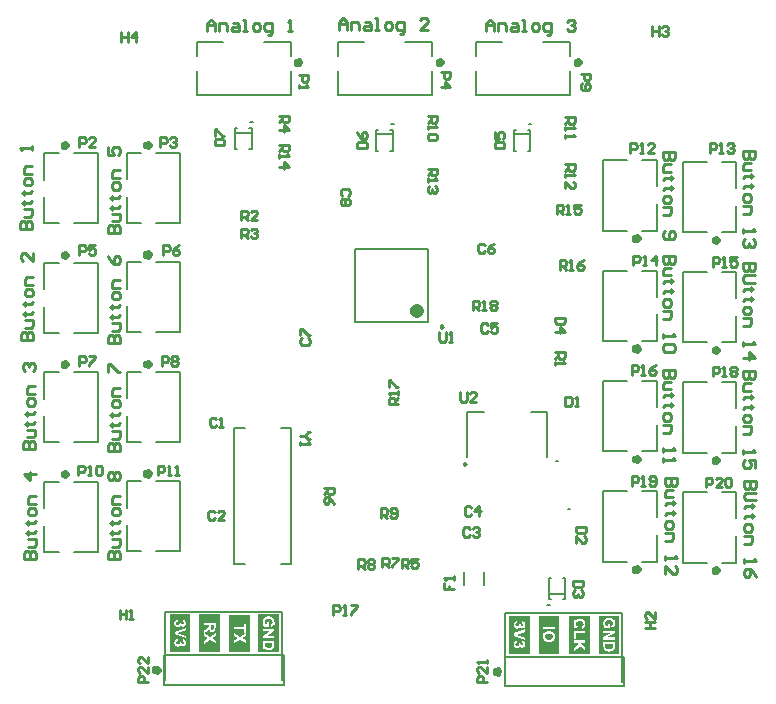
<source format=gto>
G04*
G04 #@! TF.GenerationSoftware,Altium Limited,Altium Designer,20.0.13 (296)*
G04*
G04 Layer_Color=65535*
%FSLAX25Y25*%
%MOIN*%
G70*
G01*
G75*
%ADD10C,0.01575*%
%ADD11C,0.00787*%
%ADD12C,0.00984*%
%ADD13C,0.02362*%
%ADD14C,0.01500*%
%ADD15C,0.00700*%
%ADD16C,0.00800*%
%ADD17C,0.00500*%
%ADD18C,0.01000*%
G36*
X476390Y162402D02*
X469500D01*
Y175000D01*
X476390D01*
Y162402D01*
D02*
G37*
G36*
X456790D02*
X449900D01*
Y175000D01*
X456790D01*
Y162402D01*
D02*
G37*
G36*
X589890Y161902D02*
X583000D01*
Y174500D01*
X589890D01*
Y161902D01*
D02*
G37*
G36*
X559990D02*
X553100D01*
Y174500D01*
X559990D01*
Y161902D01*
D02*
G37*
G36*
X446890Y162402D02*
X440000D01*
Y175000D01*
X446890D01*
Y162402D01*
D02*
G37*
G36*
X466790Y162302D02*
X459900D01*
Y174900D01*
X466790D01*
Y162302D01*
D02*
G37*
G36*
X580061Y161902D02*
X573171D01*
Y174500D01*
X580061D01*
Y161902D01*
D02*
G37*
G36*
X569861D02*
X562971D01*
Y174500D01*
X569861D01*
Y161902D01*
D02*
G37*
%LPC*%
G36*
X474903Y174316D02*
X470987D01*
D01*
X472955D01*
X472853Y174312D01*
X472754Y174308D01*
X472660Y174295D01*
X472566Y174283D01*
X472479Y174262D01*
X472398Y174246D01*
X472320Y174225D01*
X472246Y174205D01*
X472180Y174185D01*
X472123Y174164D01*
X472070Y174144D01*
X472028Y174127D01*
X471992Y174115D01*
X471967Y174102D01*
X471951Y174098D01*
X471946Y174094D01*
X471860Y174049D01*
X471782Y174004D01*
X471709Y173951D01*
X471639Y173898D01*
X471578Y173844D01*
X471516Y173787D01*
X471463Y173733D01*
X471418Y173680D01*
X471373Y173631D01*
X471336Y173586D01*
X471307Y173541D01*
X471278Y173508D01*
X471258Y173475D01*
X471245Y173455D01*
X471237Y173438D01*
X471233Y173434D01*
X471188Y173348D01*
X471151Y173262D01*
X471118Y173176D01*
X471090Y173086D01*
X471069Y172995D01*
X471049Y172909D01*
X471032Y172827D01*
X471020Y172749D01*
X471008Y172676D01*
X470999Y172610D01*
X470995Y172549D01*
X470991Y172495D01*
X470987Y172454D01*
Y172397D01*
X470991Y172311D01*
X470995Y172225D01*
X471016Y172057D01*
X471028Y171975D01*
X471044Y171901D01*
X471061Y171827D01*
X471077Y171761D01*
X471094Y171700D01*
X471106Y171642D01*
X471122Y171593D01*
X471135Y171552D01*
X471147Y171519D01*
X471155Y171495D01*
X471163Y171478D01*
Y171474D01*
X471196Y171392D01*
X471233Y171315D01*
X471266Y171241D01*
X471303Y171175D01*
X471336Y171109D01*
X471368Y171052D01*
X471401Y171003D01*
X471434Y170954D01*
X471463Y170913D01*
X471487Y170876D01*
X471512Y170847D01*
X471532Y170823D01*
X471549Y170802D01*
X471561Y170790D01*
X471565Y170782D01*
X471569Y170777D01*
X473082D01*
Y172422D01*
X472443D01*
Y171548D01*
X471959D01*
X471910Y171618D01*
X471869Y171688D01*
X471832Y171757D01*
X471799Y171823D01*
X471770Y171880D01*
X471750Y171925D01*
X471741Y171942D01*
X471737Y171954D01*
X471733Y171962D01*
Y171966D01*
X471700Y172057D01*
X471680Y172143D01*
X471664Y172221D01*
X471651Y172294D01*
X471643Y172356D01*
Y172385D01*
X471639Y172405D01*
Y172446D01*
X471643Y172536D01*
X471655Y172618D01*
X471672Y172696D01*
X471692Y172774D01*
X471717Y172844D01*
X471746Y172905D01*
X471774Y172967D01*
X471807Y173020D01*
X471840Y173065D01*
X471869Y173110D01*
X471897Y173143D01*
X471922Y173176D01*
X471942Y173196D01*
X471963Y173217D01*
X471971Y173225D01*
X471975Y173229D01*
X472041Y173283D01*
X472115Y173328D01*
X472192Y173369D01*
X472274Y173401D01*
X472361Y173430D01*
X472443Y173455D01*
X472529Y173475D01*
X472607Y173492D01*
X472684Y173504D01*
X472758Y173512D01*
X472820Y173520D01*
X472877Y173524D01*
X472922D01*
X472959Y173529D01*
X472980D01*
X472988D01*
X473103Y173524D01*
X473209Y173516D01*
X473308Y173500D01*
X473398Y173483D01*
X473484Y173459D01*
X473562Y173434D01*
X473632Y173410D01*
X473693Y173381D01*
X473750Y173352D01*
X473796Y173328D01*
X473837Y173303D01*
X473869Y173278D01*
X473898Y173262D01*
X473914Y173246D01*
X473927Y173237D01*
X473931Y173233D01*
X473988Y173176D01*
X474038Y173114D01*
X474079Y173049D01*
X474115Y172983D01*
X474148Y172918D01*
X474173Y172852D01*
X474193Y172786D01*
X474210Y172725D01*
X474222Y172668D01*
X474234Y172610D01*
X474242Y172561D01*
X474247Y172520D01*
X474251Y172487D01*
Y172438D01*
X474242Y172319D01*
X474226Y172212D01*
X474197Y172118D01*
X474169Y172040D01*
X474152Y172007D01*
X474140Y171975D01*
X474124Y171950D01*
X474111Y171930D01*
X474103Y171909D01*
X474095Y171897D01*
X474087Y171893D01*
Y171888D01*
X474021Y171811D01*
X473951Y171749D01*
X473878Y171696D01*
X473808Y171655D01*
X473746Y171622D01*
X473718Y171610D01*
X473693Y171601D01*
X473677Y171593D01*
X473660Y171589D01*
X473652Y171585D01*
X473648D01*
X473792Y170827D01*
X473886Y170851D01*
X473976Y170880D01*
X474062Y170917D01*
X474140Y170954D01*
X474210Y170995D01*
X474279Y171040D01*
X474341Y171081D01*
X474394Y171126D01*
X474443Y171167D01*
X474488Y171208D01*
X474521Y171245D01*
X474554Y171274D01*
X474579Y171302D01*
X474595Y171323D01*
X474603Y171335D01*
X474607Y171339D01*
X474661Y171417D01*
X474706Y171499D01*
X474743Y171585D01*
X474780Y171675D01*
X474808Y171770D01*
X474829Y171860D01*
X474849Y171950D01*
X474866Y172036D01*
X474878Y172118D01*
X474886Y172192D01*
X474894Y172262D01*
X474898Y172323D01*
X474903Y172368D01*
Y170777D01*
D01*
Y174316D01*
D02*
G37*
G36*
X474841Y170064D02*
X471057D01*
Y169359D01*
X473541D01*
X471057Y167825D01*
Y167063D01*
X474841D01*
Y170064D01*
D02*
G37*
G36*
Y166255D02*
X471057D01*
Y163086D01*
Y164742D01*
X471061Y164668D01*
X471065Y164599D01*
X471069Y164537D01*
X471073Y164476D01*
X471081Y164418D01*
X471090Y164369D01*
X471098Y164324D01*
X471102Y164283D01*
X471110Y164246D01*
X471118Y164213D01*
X471122Y164189D01*
X471127Y164168D01*
X471131Y164156D01*
X471135Y164148D01*
Y164144D01*
X471180Y164025D01*
X471229Y163918D01*
X471278Y163828D01*
X471327Y163750D01*
X471348Y163717D01*
X471368Y163689D01*
X471389Y163668D01*
X471405Y163647D01*
X471418Y163631D01*
X471430Y163619D01*
X471434Y163615D01*
X471438Y163611D01*
X471541Y163516D01*
X471651Y163434D01*
X471762Y163365D01*
X471869Y163307D01*
X471918Y163283D01*
X471963Y163262D01*
X472004Y163246D01*
X472037Y163229D01*
X472065Y163221D01*
X472090Y163213D01*
X472102Y163205D01*
X472106D01*
X472238Y163164D01*
X472373Y163135D01*
X472508Y163115D01*
X472635Y163102D01*
X472693Y163094D01*
X472746Y163090D01*
X472791D01*
X472832Y163086D01*
X473008D01*
X473103Y163090D01*
X473189Y163098D01*
X473275Y163106D01*
X473353Y163115D01*
X473427Y163127D01*
X473496Y163139D01*
X473558Y163147D01*
X473611Y163160D01*
X473660Y163172D01*
X473705Y163184D01*
X473738Y163192D01*
X473767Y163201D01*
X473787Y163209D01*
X473800Y163213D01*
X473804D01*
X473935Y163262D01*
X474054Y163320D01*
X474160Y163381D01*
X474206Y163410D01*
X474247Y163438D01*
X474288Y163467D01*
X474320Y163492D01*
X474349Y163516D01*
X474374Y163533D01*
X474394Y163549D01*
X474406Y163561D01*
X474415Y163570D01*
X474419Y163574D01*
X474505Y163668D01*
X474579Y163762D01*
X474640Y163857D01*
X474685Y163947D01*
X474722Y164025D01*
X474739Y164058D01*
X474747Y164086D01*
X474755Y164111D01*
X474763Y164127D01*
X474767Y164139D01*
Y164144D01*
X474780Y164193D01*
X474792Y164246D01*
X474808Y164361D01*
X474825Y164480D01*
X474833Y164595D01*
X474837Y164648D01*
Y164742D01*
X474841Y164783D01*
Y166255D01*
D02*
G37*
%LPD*%
G36*
X474903Y172536D02*
X474894Y172631D01*
X474886Y172721D01*
X474874Y172807D01*
X474858Y172889D01*
X474841Y172963D01*
X474825Y173032D01*
X474808Y173094D01*
X474792Y173151D01*
X474776Y173201D01*
X474759Y173241D01*
X474743Y173278D01*
X474730Y173307D01*
X474722Y173328D01*
X474718Y173340D01*
X474714Y173344D01*
X474665Y173430D01*
X474612Y173512D01*
X474558Y173590D01*
X474501Y173660D01*
X474439Y173725D01*
X474382Y173783D01*
X474325Y173840D01*
X474267Y173885D01*
X474214Y173930D01*
X474165Y173967D01*
X474120Y173996D01*
X474083Y174025D01*
X474050Y174045D01*
X474025Y174057D01*
X474009Y174066D01*
X474005Y174070D01*
X473919Y174115D01*
X473828Y174152D01*
X473738Y174185D01*
X473648Y174213D01*
X473558Y174234D01*
X473472Y174254D01*
X473386Y174271D01*
X473308Y174283D01*
X473234Y174295D01*
X473168Y174303D01*
X473107Y174308D01*
X473054Y174312D01*
X473012Y174316D01*
X474903D01*
Y172536D01*
D02*
G37*
G36*
X474841Y167768D02*
X472299D01*
X474841Y169326D01*
Y167768D01*
D02*
G37*
G36*
X474201Y164992D02*
X474197Y164923D01*
Y164857D01*
X474193Y164800D01*
X474189Y164746D01*
X474185Y164701D01*
Y164664D01*
X474181Y164627D01*
X474177Y164599D01*
X474173Y164574D01*
X474169Y164558D01*
Y164541D01*
X474165Y164533D01*
Y164525D01*
X474144Y164447D01*
X474115Y164377D01*
X474087Y164316D01*
X474058Y164267D01*
X474029Y164226D01*
X474005Y164193D01*
X473988Y164176D01*
X473984Y164168D01*
X473931Y164119D01*
X473874Y164074D01*
X473812Y164037D01*
X473755Y164008D01*
X473701Y163984D01*
X473656Y163963D01*
X473644Y163959D01*
X473632Y163955D01*
X473623Y163951D01*
X473619D01*
X473574Y163939D01*
X473525Y163926D01*
X473414Y163906D01*
X473304Y163893D01*
X473197Y163881D01*
X473144D01*
X473099Y163877D01*
X473058D01*
X473021Y163873D01*
X472988D01*
X472967D01*
X472951D01*
X472947D01*
X472869D01*
X472791Y163877D01*
X472721Y163881D01*
X472652Y163885D01*
X472590Y163889D01*
X472537Y163898D01*
X472484Y163906D01*
X472434Y163910D01*
X472393Y163918D01*
X472357Y163926D01*
X472328Y163935D01*
X472299Y163939D01*
X472279Y163943D01*
X472266Y163947D01*
X472258Y163951D01*
X472254D01*
X472164Y163984D01*
X472090Y164016D01*
X472028Y164049D01*
X471975Y164082D01*
X471938Y164107D01*
X471910Y164131D01*
X471893Y164148D01*
X471889Y164152D01*
X471852Y164201D01*
X471819Y164250D01*
X471791Y164304D01*
X471766Y164353D01*
X471750Y164394D01*
X471737Y164427D01*
X471733Y164451D01*
X471729Y164455D01*
Y164459D01*
X471725Y164488D01*
X471717Y164521D01*
X471709Y164591D01*
X471705Y164668D01*
X471700Y164746D01*
X471696Y164812D01*
Y165492D01*
X474201D01*
Y164992D01*
D02*
G37*
%LPC*%
G36*
X455237Y172176D02*
X451453D01*
Y170556D01*
Y171413D01*
X453031D01*
Y171167D01*
X453023Y171089D01*
X453019Y171023D01*
X453011Y170970D01*
X453003Y170929D01*
X452994Y170900D01*
X452990Y170880D01*
X452986Y170876D01*
X452970Y170831D01*
X452945Y170790D01*
X452920Y170749D01*
X452892Y170716D01*
X452867Y170687D01*
X452851Y170663D01*
X452834Y170650D01*
X452830Y170646D01*
X452806Y170622D01*
X452773Y170597D01*
X452736Y170568D01*
X452695Y170536D01*
X452605Y170470D01*
X452510Y170400D01*
X452420Y170339D01*
X452383Y170310D01*
X452347Y170290D01*
X452318Y170269D01*
X452297Y170253D01*
X452281Y170244D01*
X452277Y170240D01*
X451453Y169687D01*
Y169732D01*
Y168772D01*
X452187Y169236D01*
X452269Y169285D01*
X452338Y169334D01*
X452408Y169379D01*
X452469Y169420D01*
X452527Y169457D01*
X452576Y169494D01*
X452621Y169527D01*
X452662Y169556D01*
X452695Y169580D01*
X452724Y169605D01*
X452748Y169625D01*
X452769Y169642D01*
X452781Y169654D01*
X452793Y169662D01*
X452802Y169670D01*
X452863Y169732D01*
X452925Y169802D01*
X452978Y169871D01*
X453023Y169937D01*
X453064Y169994D01*
X453093Y170039D01*
X453105Y170056D01*
X453109Y170068D01*
X453117Y170076D01*
Y170080D01*
X453134Y169990D01*
X453154Y169904D01*
X453179Y169826D01*
X453203Y169752D01*
X453232Y169683D01*
X453261Y169621D01*
X453290Y169568D01*
X453322Y169519D01*
X453351Y169474D01*
X453380Y169437D01*
X453404Y169404D01*
X453425Y169375D01*
X453445Y169355D01*
X453458Y169342D01*
X453466Y169334D01*
X453470Y169330D01*
X453523Y169285D01*
X453581Y169248D01*
X453638Y169215D01*
X453699Y169187D01*
X453757Y169162D01*
X453814Y169141D01*
X453929Y169113D01*
X453978Y169100D01*
X454028Y169092D01*
X454069Y169088D01*
X454105Y169084D01*
X454134Y169080D01*
X454155D01*
X454171D01*
X454175D01*
X454298Y169088D01*
X454409Y169105D01*
X454511Y169133D01*
X454597Y169162D01*
X454634Y169178D01*
X454671Y169195D01*
X454700Y169207D01*
X454725Y169223D01*
X454745Y169232D01*
X454757Y169240D01*
X454766Y169248D01*
X454770D01*
X454860Y169314D01*
X454938Y169387D01*
X454999Y169457D01*
X455053Y169527D01*
X455089Y169592D01*
X455102Y169617D01*
X455114Y169642D01*
X455122Y169662D01*
X455130Y169675D01*
X455134Y169683D01*
Y169687D01*
X455151Y169740D01*
X455167Y169802D01*
X455184Y169871D01*
X455192Y169941D01*
X455212Y170085D01*
X455225Y170232D01*
X455229Y170298D01*
X455233Y170363D01*
Y170421D01*
X455237Y170470D01*
Y172176D01*
D02*
G37*
G36*
Y168744D02*
X451453D01*
Y165226D01*
D01*
X453425Y166530D01*
X455237Y165341D01*
Y166226D01*
X454101Y166981D01*
X455237Y167727D01*
Y168621D01*
X453421Y167432D01*
X451453Y168744D01*
X455237D01*
D01*
D02*
G37*
%LPD*%
G36*
X454597Y170593D02*
X454593Y170536D01*
Y170437D01*
X454589Y170396D01*
Y170335D01*
X454585Y170314D01*
Y170281D01*
X454581Y170265D01*
Y170261D01*
X454565Y170195D01*
X454544Y170134D01*
X454524Y170085D01*
X454495Y170044D01*
X454474Y170011D01*
X454454Y169990D01*
X454437Y169974D01*
X454433Y169970D01*
X454384Y169937D01*
X454335Y169912D01*
X454286Y169892D01*
X454237Y169879D01*
X454191Y169871D01*
X454159Y169867D01*
X454134D01*
X454130D01*
X454126D01*
X454064Y169871D01*
X454007Y169879D01*
X453958Y169892D01*
X453917Y169904D01*
X453884Y169921D01*
X453859Y169933D01*
X453843Y169941D01*
X453839Y169945D01*
X453798Y169978D01*
X453765Y170011D01*
X453736Y170048D01*
X453716Y170085D01*
X453699Y170113D01*
X453687Y170138D01*
X453683Y170154D01*
X453679Y170162D01*
X453671Y170191D01*
X453663Y170232D01*
X453658Y170277D01*
X453654Y170326D01*
X453646Y170437D01*
X453638Y170556D01*
Y170667D01*
X453634Y170716D01*
Y171413D01*
X454597D01*
Y170593D01*
D02*
G37*
G36*
X452736Y166985D02*
X451453Y166144D01*
Y167830D01*
X452736Y166985D01*
D02*
G37*
%LPC*%
G36*
X588403Y173816D02*
D01*
Y172036D01*
X588394Y172131D01*
X588386Y172221D01*
X588374Y172307D01*
X588357Y172389D01*
X588341Y172463D01*
X588325Y172532D01*
X588308Y172594D01*
X588292Y172651D01*
X588275Y172701D01*
X588259Y172741D01*
X588243Y172778D01*
X588230Y172807D01*
X588222Y172828D01*
X588218Y172840D01*
X588214Y172844D01*
X588165Y172930D01*
X588111Y173012D01*
X588058Y173090D01*
X588001Y173160D01*
X587939Y173225D01*
X587882Y173283D01*
X587824Y173340D01*
X587767Y173385D01*
X587714Y173430D01*
X587665Y173467D01*
X587619Y173496D01*
X587583Y173525D01*
X587550Y173545D01*
X587525Y173557D01*
X587509Y173566D01*
X587505Y173570D01*
X587419Y173615D01*
X587328Y173652D01*
X587238Y173685D01*
X587148Y173713D01*
X587058Y173734D01*
X586972Y173754D01*
X586886Y173771D01*
X586808Y173783D01*
X586734Y173795D01*
X586668Y173803D01*
X586607Y173808D01*
X586553Y173812D01*
X586513Y173816D01*
X586455D01*
X586353Y173812D01*
X586254Y173808D01*
X586160Y173795D01*
X586066Y173783D01*
X585980Y173762D01*
X585897Y173746D01*
X585820Y173725D01*
X585746Y173705D01*
X585680Y173685D01*
X585623Y173664D01*
X585569Y173644D01*
X585529Y173627D01*
X585492Y173615D01*
X585467Y173602D01*
X585451Y173598D01*
X585447Y173594D01*
X585360Y173549D01*
X585283Y173504D01*
X585209Y173451D01*
X585139Y173398D01*
X585077Y173344D01*
X585016Y173287D01*
X584963Y173233D01*
X584918Y173180D01*
X584872Y173131D01*
X584836Y173086D01*
X584807Y173041D01*
X584778Y173008D01*
X584758Y172975D01*
X584745Y172955D01*
X584737Y172938D01*
X584733Y172934D01*
X584688Y172848D01*
X584651Y172762D01*
X584618Y172676D01*
X584590Y172586D01*
X584569Y172495D01*
X584549Y172409D01*
X584532Y172327D01*
X584520Y172249D01*
X584508Y172176D01*
X584499Y172110D01*
X584495Y172049D01*
X584491Y171995D01*
X584487Y171954D01*
Y171897D01*
X584491Y171811D01*
X584495Y171725D01*
X584516Y171557D01*
X584528Y171475D01*
X584545Y171401D01*
X584561Y171327D01*
X584577Y171261D01*
X584594Y171200D01*
X584606Y171142D01*
X584622Y171093D01*
X584635Y171052D01*
X584647Y171019D01*
X584655Y170995D01*
X584663Y170978D01*
Y170974D01*
X584696Y170892D01*
X584733Y170815D01*
X584766Y170741D01*
X584803Y170675D01*
X584836Y170609D01*
X584868Y170552D01*
X584901Y170503D01*
X584934Y170454D01*
X584963Y170413D01*
X584987Y170376D01*
X585012Y170347D01*
X585032Y170323D01*
X585049Y170302D01*
X585061Y170290D01*
X585065Y170282D01*
X585069Y170277D01*
X584487D01*
D01*
X588403D01*
Y173816D01*
D02*
G37*
G36*
X588341Y169564D02*
X584557D01*
Y168859D01*
X587041D01*
X584557Y167325D01*
Y166563D01*
X588341D01*
Y169564D01*
D02*
G37*
G36*
Y165755D02*
X584557D01*
Y162586D01*
X588341D01*
D01*
X586508D01*
X586603Y162590D01*
X586689Y162598D01*
X586775Y162606D01*
X586853Y162615D01*
X586927Y162627D01*
X586996Y162639D01*
X587058Y162647D01*
X587111Y162660D01*
X587160Y162672D01*
X587205Y162684D01*
X587238Y162692D01*
X587267Y162701D01*
X587287Y162709D01*
X587300Y162713D01*
X587304D01*
X587435Y162762D01*
X587554Y162820D01*
X587661Y162881D01*
X587706Y162910D01*
X587747Y162938D01*
X587788Y162967D01*
X587820Y162992D01*
X587849Y163016D01*
X587874Y163033D01*
X587894Y163049D01*
X587907Y163061D01*
X587915Y163070D01*
X587919Y163074D01*
X588005Y163168D01*
X588079Y163262D01*
X588140Y163357D01*
X588185Y163447D01*
X588222Y163525D01*
X588239Y163558D01*
X588247Y163586D01*
X588255Y163611D01*
X588263Y163627D01*
X588267Y163639D01*
Y163644D01*
X588280Y163693D01*
X588292Y163746D01*
X588308Y163861D01*
X588325Y163980D01*
X588333Y164095D01*
X588337Y164148D01*
Y164242D01*
X588341Y164283D01*
Y165755D01*
D02*
G37*
%LPD*%
G36*
X586603Y173024D02*
X586709Y173016D01*
X586808Y173000D01*
X586898Y172983D01*
X586984Y172959D01*
X587062Y172934D01*
X587132Y172910D01*
X587193Y172881D01*
X587251Y172852D01*
X587296Y172828D01*
X587337Y172803D01*
X587369Y172778D01*
X587398Y172762D01*
X587415Y172746D01*
X587427Y172737D01*
X587431Y172733D01*
X587488Y172676D01*
X587537Y172614D01*
X587578Y172549D01*
X587615Y172483D01*
X587648Y172418D01*
X587673Y172352D01*
X587693Y172286D01*
X587710Y172225D01*
X587722Y172168D01*
X587734Y172110D01*
X587743Y172061D01*
X587747Y172020D01*
X587751Y171987D01*
Y171938D01*
X587743Y171819D01*
X587726Y171712D01*
X587697Y171618D01*
X587669Y171540D01*
X587652Y171507D01*
X587640Y171475D01*
X587624Y171450D01*
X587611Y171430D01*
X587603Y171409D01*
X587595Y171397D01*
X587587Y171393D01*
Y171388D01*
X587521Y171311D01*
X587451Y171249D01*
X587378Y171196D01*
X587308Y171155D01*
X587246Y171122D01*
X587218Y171110D01*
X587193Y171101D01*
X587177Y171093D01*
X587160Y171089D01*
X587152Y171085D01*
X587148D01*
X587291Y170327D01*
X587386Y170351D01*
X587476Y170380D01*
X587562Y170417D01*
X587640Y170454D01*
X587710Y170495D01*
X587779Y170540D01*
X587841Y170581D01*
X587894Y170626D01*
X587943Y170667D01*
X587989Y170708D01*
X588021Y170745D01*
X588054Y170773D01*
X588079Y170802D01*
X588095Y170823D01*
X588103Y170835D01*
X588107Y170839D01*
X588161Y170917D01*
X588206Y170999D01*
X588243Y171085D01*
X588280Y171175D01*
X588308Y171270D01*
X588329Y171360D01*
X588349Y171450D01*
X588366Y171536D01*
X588378Y171618D01*
X588386Y171692D01*
X588394Y171762D01*
X588399Y171823D01*
X588403Y171868D01*
Y170277D01*
X586582D01*
Y171922D01*
X585943D01*
Y171048D01*
X585459D01*
X585410Y171118D01*
X585369Y171188D01*
X585332Y171257D01*
X585299Y171323D01*
X585270Y171380D01*
X585250Y171425D01*
X585242Y171442D01*
X585237Y171454D01*
X585233Y171462D01*
Y171466D01*
X585201Y171557D01*
X585180Y171643D01*
X585164Y171721D01*
X585151Y171794D01*
X585143Y171856D01*
Y171885D01*
X585139Y171905D01*
Y171946D01*
X585143Y172036D01*
X585155Y172118D01*
X585172Y172196D01*
X585192Y172274D01*
X585217Y172344D01*
X585246Y172405D01*
X585274Y172467D01*
X585307Y172520D01*
X585340Y172565D01*
X585369Y172610D01*
X585397Y172643D01*
X585422Y172676D01*
X585442Y172696D01*
X585463Y172717D01*
X585471Y172725D01*
X585475Y172729D01*
X585541Y172783D01*
X585615Y172828D01*
X585693Y172869D01*
X585775Y172901D01*
X585861Y172930D01*
X585943Y172955D01*
X586029Y172975D01*
X586107Y172992D01*
X586185Y173004D01*
X586258Y173012D01*
X586320Y173020D01*
X586377Y173024D01*
X586422D01*
X586459Y173029D01*
X586480D01*
X586488D01*
X586603Y173024D01*
D02*
G37*
G36*
X588341Y167268D02*
X585799D01*
X588341Y168826D01*
Y167268D01*
D02*
G37*
G36*
X587702Y164492D02*
X587697Y164423D01*
Y164357D01*
X587693Y164300D01*
X587689Y164246D01*
X587685Y164201D01*
Y164164D01*
X587681Y164127D01*
X587677Y164099D01*
X587673Y164074D01*
X587669Y164058D01*
Y164041D01*
X587665Y164033D01*
Y164025D01*
X587644Y163947D01*
X587615Y163877D01*
X587587Y163816D01*
X587558Y163767D01*
X587529Y163726D01*
X587505Y163693D01*
X587488Y163676D01*
X587484Y163668D01*
X587431Y163619D01*
X587373Y163574D01*
X587312Y163537D01*
X587255Y163508D01*
X587201Y163484D01*
X587156Y163463D01*
X587144Y163459D01*
X587132Y163455D01*
X587123Y163451D01*
X587119D01*
X587074Y163439D01*
X587025Y163426D01*
X586914Y163406D01*
X586804Y163393D01*
X586697Y163381D01*
X586644D01*
X586599Y163377D01*
X586558D01*
X586521Y163373D01*
X586488D01*
X586467D01*
X586451D01*
X586447D01*
X586369D01*
X586291Y163377D01*
X586221Y163381D01*
X586152Y163385D01*
X586090Y163389D01*
X586037Y163398D01*
X585984Y163406D01*
X585934Y163410D01*
X585893Y163418D01*
X585856Y163426D01*
X585828Y163435D01*
X585799Y163439D01*
X585779Y163443D01*
X585766Y163447D01*
X585758Y163451D01*
X585754D01*
X585664Y163484D01*
X585590Y163516D01*
X585529Y163549D01*
X585475Y163582D01*
X585438Y163607D01*
X585410Y163631D01*
X585393Y163648D01*
X585389Y163652D01*
X585352Y163701D01*
X585319Y163750D01*
X585291Y163804D01*
X585266Y163853D01*
X585250Y163894D01*
X585237Y163926D01*
X585233Y163951D01*
X585229Y163955D01*
Y163959D01*
X585225Y163988D01*
X585217Y164021D01*
X585209Y164091D01*
X585205Y164168D01*
X585201Y164246D01*
X585196Y164312D01*
Y164992D01*
X587702D01*
Y164492D01*
D02*
G37*
G36*
X584561Y164168D02*
X584565Y164099D01*
X584569Y164037D01*
X584573Y163976D01*
X584581Y163918D01*
X584590Y163869D01*
X584598Y163824D01*
X584602Y163783D01*
X584610Y163746D01*
X584618Y163713D01*
X584622Y163689D01*
X584626Y163668D01*
X584631Y163656D01*
X584635Y163648D01*
Y163644D01*
X584680Y163525D01*
X584729Y163418D01*
X584778Y163328D01*
X584827Y163250D01*
X584848Y163217D01*
X584868Y163189D01*
X584889Y163168D01*
X584905Y163147D01*
X584918Y163131D01*
X584930Y163119D01*
X584934Y163115D01*
X584938Y163111D01*
X585041Y163016D01*
X585151Y162934D01*
X585262Y162865D01*
X585369Y162807D01*
X585418Y162783D01*
X585463Y162762D01*
X585504Y162746D01*
X585537Y162729D01*
X585565Y162721D01*
X585590Y162713D01*
X585602Y162705D01*
X585606D01*
X585738Y162664D01*
X585873Y162635D01*
X586008Y162615D01*
X586135Y162602D01*
X586193Y162594D01*
X586246Y162590D01*
X586291D01*
X586332Y162586D01*
X584557D01*
Y164242D01*
X584561Y164168D01*
D02*
G37*
%LPC*%
G36*
X558478Y172692D02*
D01*
Y171470D01*
X558474Y171585D01*
X558462Y171692D01*
X558441Y171790D01*
X558421Y171872D01*
X558408Y171909D01*
X558396Y171942D01*
X558388Y171971D01*
X558380Y171995D01*
X558371Y172016D01*
X558363Y172028D01*
X558359Y172036D01*
Y172040D01*
X558310Y172131D01*
X558257Y172208D01*
X558203Y172274D01*
X558150Y172327D01*
X558105Y172372D01*
X558064Y172405D01*
X558039Y172422D01*
X558035Y172430D01*
X558031D01*
X557949Y172479D01*
X557859Y172520D01*
X557769Y172557D01*
X557679Y172586D01*
X557601Y172610D01*
X557568Y172618D01*
X557539Y172627D01*
X557514Y172631D01*
X557498Y172635D01*
X557486Y172639D01*
X557482D01*
X557371Y171971D01*
X557457Y171954D01*
X557535Y171934D01*
X557596Y171909D01*
X557650Y171880D01*
X557691Y171852D01*
X557720Y171831D01*
X557740Y171815D01*
X557744Y171811D01*
X557789Y171757D01*
X557822Y171704D01*
X557842Y171651D01*
X557859Y171602D01*
X557867Y171557D01*
X557875Y171524D01*
Y171491D01*
X557871Y171421D01*
X557859Y171360D01*
X557838Y171311D01*
X557818Y171265D01*
X557797Y171229D01*
X557777Y171204D01*
X557765Y171188D01*
X557760Y171184D01*
X557715Y171147D01*
X557666Y171118D01*
X557613Y171097D01*
X557568Y171081D01*
X557523Y171073D01*
X557490Y171069D01*
X557465D01*
X557461D01*
X557457D01*
X557375Y171077D01*
X557305Y171093D01*
X557244Y171118D01*
X557191Y171147D01*
X557150Y171179D01*
X557121Y171204D01*
X557104Y171220D01*
X557096Y171229D01*
X557055Y171294D01*
X557022Y171364D01*
X556998Y171438D01*
X556986Y171511D01*
X556977Y171577D01*
Y171606D01*
X556973Y171630D01*
Y171680D01*
X556383Y171757D01*
X556403Y171688D01*
X556416Y171622D01*
X556428Y171569D01*
X556432Y171520D01*
X556436Y171479D01*
X556440Y171450D01*
Y171425D01*
X556432Y171347D01*
X556416Y171278D01*
X556387Y171216D01*
X556358Y171163D01*
X556330Y171122D01*
X556301Y171089D01*
X556285Y171073D01*
X556276Y171065D01*
X556211Y171015D01*
X556141Y170978D01*
X556067Y170954D01*
X555998Y170933D01*
X555936Y170925D01*
X555911Y170921D01*
X555887D01*
X555866Y170917D01*
X555854D01*
X555846D01*
X555842D01*
X555739Y170925D01*
X555649Y170942D01*
X555571Y170966D01*
X555506Y170995D01*
X555452Y171024D01*
X555415Y171048D01*
X555391Y171065D01*
X555382Y171073D01*
X555325Y171134D01*
X555284Y171200D01*
X555255Y171261D01*
X555235Y171323D01*
X555223Y171376D01*
X555219Y171417D01*
X555214Y171434D01*
Y171454D01*
X555219Y171528D01*
X555235Y171598D01*
X555260Y171659D01*
X555284Y171712D01*
X555309Y171753D01*
X555333Y171786D01*
X555350Y171803D01*
X555354Y171811D01*
X555411Y171860D01*
X555481Y171901D01*
X555547Y171934D01*
X555616Y171954D01*
X555674Y171975D01*
X555723Y171983D01*
X555743Y171987D01*
X555756Y171991D01*
X555764D01*
X555768D01*
X555682Y172692D01*
X555596Y172680D01*
X555510Y172660D01*
X555432Y172635D01*
X555358Y172610D01*
X555288Y172578D01*
X555227Y172545D01*
X555169Y172512D01*
X555116Y172479D01*
X555067Y172442D01*
X555026Y172414D01*
X554989Y172381D01*
X554960Y172356D01*
X554936Y172336D01*
X554919Y172319D01*
X554911Y172307D01*
X554907Y172303D01*
X554854Y172237D01*
X554809Y172168D01*
X554772Y172098D01*
X554735Y172024D01*
X554706Y171954D01*
X554685Y171885D01*
X554665Y171815D01*
X554649Y171749D01*
X554636Y171688D01*
X554628Y171630D01*
X554620Y171577D01*
X554616Y171536D01*
Y171499D01*
X554612Y171475D01*
Y171450D01*
X554616Y171352D01*
X554628Y171253D01*
X554644Y171163D01*
X554665Y171077D01*
X554694Y170999D01*
X554722Y170921D01*
X554755Y170851D01*
X554788Y170790D01*
X554817Y170732D01*
X554849Y170683D01*
X554878Y170642D01*
X554907Y170605D01*
X554927Y170577D01*
X554944Y170556D01*
X554956Y170544D01*
X554960Y170540D01*
X555030Y170474D01*
X555100Y170421D01*
X555169Y170372D01*
X555243Y170331D01*
X555313Y170294D01*
X555382Y170265D01*
X555452Y170240D01*
X555518Y170220D01*
X555579Y170204D01*
X555633Y170195D01*
X555682Y170187D01*
X555727Y170179D01*
X555760D01*
X555788Y170175D01*
X555809D01*
X558478D01*
X555809D01*
X555870Y170179D01*
X555932Y170183D01*
X556047Y170204D01*
X556145Y170236D01*
X556231Y170273D01*
X556268Y170290D01*
X556301Y170310D01*
X556330Y170327D01*
X556354Y170339D01*
X556371Y170355D01*
X556383Y170363D01*
X556391Y170368D01*
X556395Y170372D01*
X556440Y170409D01*
X556481Y170450D01*
X556547Y170532D01*
X556604Y170618D01*
X556645Y170704D01*
X556674Y170773D01*
X556686Y170806D01*
X556695Y170835D01*
X556703Y170855D01*
X556707Y170872D01*
X556711Y170884D01*
Y170888D01*
X556768Y170794D01*
X556830Y170708D01*
X556895Y170634D01*
X556961Y170573D01*
X557027Y170519D01*
X557092Y170474D01*
X557158Y170441D01*
X557219Y170413D01*
X557277Y170388D01*
X557334Y170372D01*
X557383Y170359D01*
X557424Y170351D01*
X557457Y170347D01*
X557486Y170343D01*
X557502D01*
X557506D01*
X557572Y170347D01*
X557633Y170355D01*
X557695Y170368D01*
X557752Y170384D01*
X557859Y170429D01*
X557949Y170478D01*
X557990Y170503D01*
X558027Y170528D01*
X558060Y170552D01*
X558084Y170573D01*
X558105Y170589D01*
X558121Y170601D01*
X558130Y170609D01*
X558134Y170614D01*
X558195Y170675D01*
X558248Y170741D01*
X558293Y170810D01*
X558334Y170884D01*
X558367Y170954D01*
X558396Y171024D01*
X558417Y171093D01*
X558437Y171163D01*
X558449Y171224D01*
X558462Y171282D01*
X558466Y171335D01*
X558474Y171380D01*
Y171417D01*
X558478Y171446D01*
Y170175D01*
D01*
Y172692D01*
D02*
G37*
%LPD*%
G36*
X555809Y170175D02*
D01*
D01*
D01*
D02*
G37*
%LPC*%
G36*
X558466Y169949D02*
D01*
X554681Y168600D01*
Y167780D01*
X558466Y166428D01*
X554681D01*
X558466D01*
Y169949D01*
D02*
G37*
G36*
X555682Y166227D02*
X555596Y166214D01*
X555510Y166194D01*
X555432Y166169D01*
X555358Y166145D01*
X555288Y166112D01*
X555227Y166079D01*
X555169Y166046D01*
X555116Y166013D01*
X555067Y165977D01*
X555026Y165948D01*
X554989Y165915D01*
X554960Y165890D01*
X554936Y165870D01*
X554919Y165854D01*
X554911Y165841D01*
X554907Y165837D01*
X554854Y165771D01*
X554809Y165702D01*
X554772Y165632D01*
X554735Y165558D01*
X554706Y165489D01*
X554685Y165419D01*
X554665Y165349D01*
X554649Y165284D01*
X554636Y165222D01*
X554628Y165165D01*
X554620Y165111D01*
X554616Y165070D01*
Y165033D01*
X554612Y165009D01*
Y164984D01*
X554616Y164886D01*
X554628Y164787D01*
X554644Y164697D01*
X554665Y164611D01*
X554694Y164533D01*
X554722Y164455D01*
X554755Y164386D01*
X554788Y164324D01*
X554817Y164267D01*
X554849Y164218D01*
X554878Y164177D01*
X554907Y164140D01*
X554927Y164111D01*
X554944Y164091D01*
X554956Y164078D01*
X554960Y164074D01*
X555030Y164008D01*
X555100Y163955D01*
X555169Y163906D01*
X555243Y163865D01*
X555313Y163828D01*
X555382Y163799D01*
X555452Y163775D01*
X555518Y163754D01*
X555579Y163738D01*
X555633Y163730D01*
X555682Y163722D01*
X555727Y163713D01*
X555760D01*
X555788Y163709D01*
X554612D01*
X558478D01*
X555809D01*
X555870Y163713D01*
X555932Y163717D01*
X556047Y163738D01*
X556145Y163771D01*
X556231Y163808D01*
X556268Y163824D01*
X556301Y163845D01*
X556330Y163861D01*
X556354Y163873D01*
X556371Y163890D01*
X556383Y163898D01*
X556391Y163902D01*
X556395Y163906D01*
X556440Y163943D01*
X556481Y163984D01*
X556547Y164066D01*
X556604Y164152D01*
X556645Y164238D01*
X556674Y164308D01*
X556686Y164341D01*
X556695Y164369D01*
X556703Y164390D01*
X556707Y164406D01*
X556711Y164418D01*
Y164423D01*
X556768Y164328D01*
X556830Y164242D01*
X556895Y164168D01*
X556961Y164107D01*
X557027Y164054D01*
X557092Y164008D01*
X557158Y163976D01*
X557219Y163947D01*
X557277Y163922D01*
X557334Y163906D01*
X557383Y163894D01*
X557424Y163885D01*
X557457Y163881D01*
X557486Y163877D01*
X557502D01*
X557506D01*
X557572Y163881D01*
X557633Y163890D01*
X557695Y163902D01*
X557752Y163918D01*
X557859Y163963D01*
X557949Y164013D01*
X557990Y164037D01*
X558027Y164062D01*
X558060Y164086D01*
X558084Y164107D01*
X558105Y164123D01*
X558121Y164136D01*
X558130Y164144D01*
X558134Y164148D01*
X558195Y164209D01*
X558248Y164275D01*
X558293Y164345D01*
X558334Y164418D01*
X558367Y164488D01*
X558396Y164558D01*
X558417Y164628D01*
X558437Y164697D01*
X558449Y164759D01*
X558462Y164816D01*
X558466Y164869D01*
X558474Y164915D01*
Y164952D01*
X558478Y164980D01*
Y165005D01*
X558474Y165120D01*
X558462Y165226D01*
X558441Y165325D01*
X558421Y165407D01*
X558408Y165444D01*
X558396Y165476D01*
X558388Y165505D01*
X558380Y165530D01*
X558371Y165550D01*
X558363Y165562D01*
X558359Y165571D01*
Y165575D01*
X558310Y165665D01*
X558257Y165743D01*
X558203Y165808D01*
X558150Y165862D01*
X558105Y165907D01*
X558064Y165940D01*
X558039Y165956D01*
X558035Y165964D01*
X558031D01*
X557949Y166013D01*
X557859Y166054D01*
X557769Y166091D01*
X557679Y166120D01*
X557601Y166145D01*
X557568Y166153D01*
X557539Y166161D01*
X557514Y166165D01*
X557498Y166169D01*
X557486Y166173D01*
X557482D01*
X557371Y165505D01*
X557457Y165489D01*
X557535Y165468D01*
X557596Y165444D01*
X557650Y165415D01*
X557691Y165386D01*
X557720Y165366D01*
X557740Y165349D01*
X557744Y165345D01*
X557789Y165292D01*
X557822Y165238D01*
X557842Y165185D01*
X557859Y165136D01*
X557867Y165091D01*
X557875Y165058D01*
Y165025D01*
X557871Y164956D01*
X557859Y164894D01*
X557838Y164845D01*
X557818Y164800D01*
X557797Y164763D01*
X557777Y164738D01*
X557765Y164722D01*
X557760Y164718D01*
X557715Y164681D01*
X557666Y164652D01*
X557613Y164632D01*
X557568Y164615D01*
X557523Y164607D01*
X557490Y164603D01*
X557465D01*
X557461D01*
X557457D01*
X557375Y164611D01*
X557305Y164628D01*
X557244Y164652D01*
X557191Y164681D01*
X557150Y164714D01*
X557121Y164738D01*
X557104Y164755D01*
X557096Y164763D01*
X557055Y164829D01*
X557022Y164898D01*
X556998Y164972D01*
X556986Y165046D01*
X556977Y165111D01*
Y165140D01*
X556973Y165165D01*
Y165214D01*
X556383Y165292D01*
X556403Y165222D01*
X556416Y165156D01*
X556428Y165103D01*
X556432Y165054D01*
X556436Y165013D01*
X556440Y164984D01*
Y164960D01*
X556432Y164882D01*
X556416Y164812D01*
X556387Y164751D01*
X556358Y164697D01*
X556330Y164656D01*
X556301Y164623D01*
X556285Y164607D01*
X556276Y164599D01*
X556211Y164550D01*
X556141Y164513D01*
X556067Y164488D01*
X555998Y164468D01*
X555936Y164460D01*
X555911Y164455D01*
X555887D01*
X555866Y164451D01*
X555854D01*
X555846D01*
X555842D01*
X555739Y164460D01*
X555649Y164476D01*
X555571Y164500D01*
X555506Y164529D01*
X555452Y164558D01*
X555415Y164583D01*
X555391Y164599D01*
X555382Y164607D01*
X555325Y164669D01*
X555284Y164734D01*
X555255Y164796D01*
X555235Y164857D01*
X555223Y164910D01*
X555219Y164952D01*
X555214Y164968D01*
Y164988D01*
X555219Y165062D01*
X555235Y165132D01*
X555260Y165193D01*
X555284Y165247D01*
X555309Y165288D01*
X555333Y165321D01*
X555350Y165337D01*
X555354Y165345D01*
X555411Y165394D01*
X555481Y165435D01*
X555547Y165468D01*
X555616Y165489D01*
X555674Y165509D01*
X555723Y165517D01*
X555743Y165521D01*
X555756Y165525D01*
X555764D01*
X555768D01*
X555682Y166227D01*
D02*
G37*
%LPD*%
G36*
X558466Y167239D02*
X555665Y168166D01*
X558466Y169125D01*
Y167239D01*
D02*
G37*
%LPC*%
G36*
X442582Y173192D02*
X442496Y173180D01*
X442410Y173160D01*
X442332Y173135D01*
X442258Y173110D01*
X442188Y173077D01*
X442127Y173045D01*
X442069Y173012D01*
X442016Y172979D01*
X441967Y172942D01*
X441926Y172914D01*
X441889Y172881D01*
X441860Y172856D01*
X441836Y172836D01*
X441819Y172819D01*
X441811Y172807D01*
X441807Y172803D01*
X441754Y172737D01*
X441709Y172668D01*
X441672Y172598D01*
X441635Y172524D01*
X441606Y172454D01*
X441585Y172385D01*
X441565Y172315D01*
X441549Y172249D01*
X441536Y172188D01*
X441528Y172130D01*
X441520Y172077D01*
X441516Y172036D01*
Y171999D01*
X441512Y171975D01*
Y171950D01*
X441516Y171852D01*
X441528Y171753D01*
X441544Y171663D01*
X441565Y171577D01*
X441594Y171499D01*
X441622Y171421D01*
X441655Y171351D01*
X441688Y171290D01*
X441717Y171232D01*
X441749Y171183D01*
X441778Y171142D01*
X441807Y171105D01*
X441827Y171077D01*
X441844Y171056D01*
X441856Y171044D01*
X441860Y171040D01*
X441930Y170974D01*
X442000Y170921D01*
X442069Y170872D01*
X442143Y170831D01*
X442213Y170794D01*
X442282Y170765D01*
X442352Y170740D01*
X442418Y170720D01*
X442479Y170704D01*
X442533Y170695D01*
X442582Y170687D01*
X442627Y170679D01*
X442660D01*
X442688Y170675D01*
X442709D01*
X445378D01*
X442709D01*
X442770Y170679D01*
X442832Y170683D01*
X442947Y170704D01*
X443045Y170736D01*
X443131Y170773D01*
X443168Y170790D01*
X443201Y170810D01*
X443230Y170827D01*
X443254Y170839D01*
X443271Y170855D01*
X443283Y170863D01*
X443291Y170868D01*
X443295Y170872D01*
X443340Y170909D01*
X443381Y170950D01*
X443447Y171032D01*
X443504Y171118D01*
X443545Y171204D01*
X443574Y171274D01*
X443586Y171306D01*
X443595Y171335D01*
X443603Y171355D01*
X443607Y171372D01*
X443611Y171384D01*
Y171388D01*
X443668Y171294D01*
X443730Y171208D01*
X443795Y171134D01*
X443861Y171073D01*
X443927Y171019D01*
X443992Y170974D01*
X444058Y170941D01*
X444119Y170913D01*
X444177Y170888D01*
X444234Y170872D01*
X444283Y170859D01*
X444324Y170851D01*
X444357Y170847D01*
X444386Y170843D01*
X444402D01*
X444406D01*
X444472Y170847D01*
X444533Y170855D01*
X444595Y170868D01*
X444652Y170884D01*
X444759Y170929D01*
X444849Y170978D01*
X444890Y171003D01*
X444927Y171028D01*
X444960Y171052D01*
X444984Y171073D01*
X445005Y171089D01*
X445021Y171101D01*
X445029Y171109D01*
X445034Y171114D01*
X445095Y171175D01*
X445148Y171241D01*
X445193Y171310D01*
X445234Y171384D01*
X445267Y171454D01*
X445296Y171524D01*
X445317Y171593D01*
X445337Y171663D01*
X445349Y171724D01*
X445362Y171782D01*
X445366Y171835D01*
X445374Y171880D01*
Y171917D01*
X445378Y171946D01*
Y171970D01*
X445374Y172085D01*
X445362Y172192D01*
X445341Y172290D01*
X445321Y172372D01*
X445308Y172409D01*
X445296Y172442D01*
X445288Y172471D01*
X445280Y172495D01*
X445271Y172516D01*
X445263Y172528D01*
X445259Y172536D01*
Y172540D01*
X445210Y172631D01*
X445157Y172708D01*
X445103Y172774D01*
X445050Y172827D01*
X445005Y172872D01*
X444964Y172905D01*
X444939Y172922D01*
X444935Y172930D01*
X444931D01*
X444849Y172979D01*
X444759Y173020D01*
X444669Y173057D01*
X444579Y173086D01*
X444501Y173110D01*
X444468Y173118D01*
X444439Y173127D01*
X444415Y173131D01*
X444398Y173135D01*
X444386Y173139D01*
X444382D01*
X444271Y172471D01*
X444357Y172454D01*
X444435Y172434D01*
X444496Y172409D01*
X444550Y172380D01*
X444591Y172352D01*
X444620Y172331D01*
X444640Y172315D01*
X444644Y172311D01*
X444689Y172257D01*
X444722Y172204D01*
X444742Y172151D01*
X444759Y172102D01*
X444767Y172057D01*
X444775Y172024D01*
Y171991D01*
X444771Y171921D01*
X444759Y171860D01*
X444738Y171811D01*
X444718Y171765D01*
X444697Y171729D01*
X444677Y171704D01*
X444665Y171688D01*
X444661Y171684D01*
X444615Y171647D01*
X444566Y171618D01*
X444513Y171597D01*
X444468Y171581D01*
X444423Y171573D01*
X444390Y171569D01*
X444365D01*
X444361D01*
X444357D01*
X444275Y171577D01*
X444205Y171593D01*
X444144Y171618D01*
X444091Y171647D01*
X444050Y171679D01*
X444021Y171704D01*
X444004Y171720D01*
X443996Y171729D01*
X443955Y171794D01*
X443923Y171864D01*
X443898Y171938D01*
X443886Y172011D01*
X443877Y172077D01*
Y172106D01*
X443873Y172130D01*
Y172180D01*
X443283Y172257D01*
X443303Y172188D01*
X443316Y172122D01*
X443328Y172069D01*
X443332Y172020D01*
X443336Y171979D01*
X443340Y171950D01*
Y171925D01*
X443332Y171847D01*
X443316Y171778D01*
X443287Y171716D01*
X443258Y171663D01*
X443230Y171622D01*
X443201Y171589D01*
X443185Y171573D01*
X443176Y171565D01*
X443111Y171515D01*
X443041Y171478D01*
X442967Y171454D01*
X442898Y171433D01*
X442836Y171425D01*
X442811Y171421D01*
X442787D01*
X442766Y171417D01*
X442754D01*
X442746D01*
X442742D01*
X442639Y171425D01*
X442549Y171442D01*
X442471Y171466D01*
X442406Y171495D01*
X442352Y171524D01*
X442315Y171548D01*
X442291Y171565D01*
X442282Y171573D01*
X442225Y171634D01*
X442184Y171700D01*
X442155Y171761D01*
X442135Y171823D01*
X442123Y171876D01*
X442119Y171917D01*
X442114Y171934D01*
Y171954D01*
X442119Y172028D01*
X442135Y172098D01*
X442160Y172159D01*
X442184Y172212D01*
X442209Y172253D01*
X442233Y172286D01*
X442250Y172303D01*
X442254Y172311D01*
X442311Y172360D01*
X442381Y172401D01*
X442447Y172434D01*
X442516Y172454D01*
X442574Y172475D01*
X442623Y172483D01*
X442643Y172487D01*
X442656Y172491D01*
X442664D01*
X442668D01*
X442582Y173192D01*
D02*
G37*
%LPD*%
G36*
X442709Y170675D02*
D01*
D01*
D01*
D02*
G37*
%LPC*%
G36*
X445366Y170449D02*
X441581Y169100D01*
Y168280D01*
X445366Y166928D01*
Y167739D01*
X442565Y168666D01*
X445366Y169625D01*
Y170449D01*
D02*
G37*
G36*
X442582Y166727D02*
X442496Y166714D01*
X442410Y166694D01*
X442332Y166669D01*
X442258Y166645D01*
X442188Y166612D01*
X442127Y166579D01*
X442069Y166546D01*
X442016Y166513D01*
X441967Y166477D01*
X441926Y166448D01*
X441889Y166415D01*
X441860Y166390D01*
X441836Y166370D01*
X441819Y166353D01*
X441811Y166341D01*
X441807Y166337D01*
X441754Y166271D01*
X441709Y166202D01*
X441672Y166132D01*
X441635Y166058D01*
X441606Y165989D01*
X441585Y165919D01*
X441565Y165849D01*
X441549Y165784D01*
X441536Y165722D01*
X441528Y165665D01*
X441520Y165611D01*
X441516Y165570D01*
Y165533D01*
X441512Y165509D01*
Y165484D01*
X441516Y165386D01*
X441528Y165287D01*
X441544Y165197D01*
X441565Y165111D01*
X441594Y165033D01*
X441622Y164955D01*
X441655Y164886D01*
X441688Y164824D01*
X441717Y164767D01*
X441749Y164718D01*
X441778Y164677D01*
X441807Y164640D01*
X441827Y164611D01*
X441844Y164591D01*
X441856Y164578D01*
X441860Y164574D01*
X441930Y164508D01*
X442000Y164455D01*
X442069Y164406D01*
X442143Y164365D01*
X442213Y164328D01*
X442282Y164299D01*
X442352Y164275D01*
X442418Y164254D01*
X442479Y164238D01*
X442533Y164230D01*
X442582Y164222D01*
X442627Y164213D01*
X442660D01*
X442688Y164209D01*
X441512D01*
X445378D01*
X442709D01*
X442770Y164213D01*
X442832Y164217D01*
X442947Y164238D01*
X443045Y164271D01*
X443131Y164308D01*
X443168Y164324D01*
X443201Y164345D01*
X443230Y164361D01*
X443254Y164373D01*
X443271Y164390D01*
X443283Y164398D01*
X443291Y164402D01*
X443295Y164406D01*
X443340Y164443D01*
X443381Y164484D01*
X443447Y164566D01*
X443504Y164652D01*
X443545Y164738D01*
X443574Y164808D01*
X443586Y164841D01*
X443595Y164869D01*
X443603Y164890D01*
X443607Y164906D01*
X443611Y164918D01*
Y164923D01*
X443668Y164828D01*
X443730Y164742D01*
X443795Y164668D01*
X443861Y164607D01*
X443927Y164554D01*
X443992Y164508D01*
X444058Y164476D01*
X444119Y164447D01*
X444177Y164422D01*
X444234Y164406D01*
X444283Y164394D01*
X444324Y164385D01*
X444357Y164381D01*
X444386Y164377D01*
X444402D01*
X444406D01*
X444472Y164381D01*
X444533Y164390D01*
X444595Y164402D01*
X444652Y164418D01*
X444759Y164463D01*
X444849Y164513D01*
X444890Y164537D01*
X444927Y164562D01*
X444960Y164586D01*
X444984Y164607D01*
X445005Y164623D01*
X445021Y164636D01*
X445029Y164644D01*
X445034Y164648D01*
X445095Y164709D01*
X445148Y164775D01*
X445193Y164845D01*
X445234Y164918D01*
X445267Y164988D01*
X445296Y165058D01*
X445317Y165128D01*
X445337Y165197D01*
X445349Y165259D01*
X445362Y165316D01*
X445366Y165369D01*
X445374Y165415D01*
Y165452D01*
X445378Y165480D01*
Y165505D01*
X445374Y165620D01*
X445362Y165726D01*
X445341Y165825D01*
X445321Y165907D01*
X445308Y165944D01*
X445296Y165976D01*
X445288Y166005D01*
X445280Y166030D01*
X445271Y166050D01*
X445263Y166062D01*
X445259Y166071D01*
Y166075D01*
X445210Y166165D01*
X445157Y166243D01*
X445103Y166308D01*
X445050Y166362D01*
X445005Y166407D01*
X444964Y166440D01*
X444939Y166456D01*
X444935Y166464D01*
X444931D01*
X444849Y166513D01*
X444759Y166554D01*
X444669Y166591D01*
X444579Y166620D01*
X444501Y166645D01*
X444468Y166653D01*
X444439Y166661D01*
X444415Y166665D01*
X444398Y166669D01*
X444386Y166673D01*
X444382D01*
X444271Y166005D01*
X444357Y165989D01*
X444435Y165968D01*
X444496Y165944D01*
X444550Y165915D01*
X444591Y165886D01*
X444620Y165866D01*
X444640Y165849D01*
X444644Y165845D01*
X444689Y165792D01*
X444722Y165738D01*
X444742Y165685D01*
X444759Y165636D01*
X444767Y165591D01*
X444775Y165558D01*
Y165525D01*
X444771Y165456D01*
X444759Y165394D01*
X444738Y165345D01*
X444718Y165300D01*
X444697Y165263D01*
X444677Y165238D01*
X444665Y165222D01*
X444661Y165218D01*
X444615Y165181D01*
X444566Y165152D01*
X444513Y165132D01*
X444468Y165115D01*
X444423Y165107D01*
X444390Y165103D01*
X444365D01*
X444361D01*
X444357D01*
X444275Y165111D01*
X444205Y165128D01*
X444144Y165152D01*
X444091Y165181D01*
X444050Y165214D01*
X444021Y165238D01*
X444004Y165255D01*
X443996Y165263D01*
X443955Y165329D01*
X443923Y165398D01*
X443898Y165472D01*
X443886Y165546D01*
X443877Y165611D01*
Y165640D01*
X443873Y165665D01*
Y165714D01*
X443283Y165792D01*
X443303Y165722D01*
X443316Y165656D01*
X443328Y165603D01*
X443332Y165554D01*
X443336Y165513D01*
X443340Y165484D01*
Y165460D01*
X443332Y165382D01*
X443316Y165312D01*
X443287Y165251D01*
X443258Y165197D01*
X443230Y165156D01*
X443201Y165123D01*
X443185Y165107D01*
X443176Y165099D01*
X443111Y165050D01*
X443041Y165013D01*
X442967Y164988D01*
X442898Y164968D01*
X442836Y164960D01*
X442811Y164955D01*
X442787D01*
X442766Y164951D01*
X442754D01*
X442746D01*
X442742D01*
X442639Y164960D01*
X442549Y164976D01*
X442471Y165000D01*
X442406Y165029D01*
X442352Y165058D01*
X442315Y165083D01*
X442291Y165099D01*
X442282Y165107D01*
X442225Y165169D01*
X442184Y165234D01*
X442155Y165296D01*
X442135Y165357D01*
X442123Y165410D01*
X442119Y165452D01*
X442114Y165468D01*
Y165488D01*
X442119Y165562D01*
X442135Y165632D01*
X442160Y165693D01*
X442184Y165747D01*
X442209Y165788D01*
X442233Y165821D01*
X442250Y165837D01*
X442254Y165845D01*
X442311Y165894D01*
X442381Y165935D01*
X442447Y165968D01*
X442516Y165989D01*
X442574Y166009D01*
X442623Y166017D01*
X442643Y166021D01*
X442656Y166025D01*
X442664D01*
X442668D01*
X442582Y166727D01*
D02*
G37*
G36*
X465237Y171914D02*
X464597D01*
Y170790D01*
X461453D01*
Y170028D01*
X464597D01*
Y168912D01*
X461453D01*
Y170028D01*
D01*
Y168912D01*
D01*
X465237D01*
Y171914D01*
D02*
G37*
G36*
Y168806D02*
Y168683D01*
X463421Y167494D01*
X461453Y168806D01*
D01*
Y167892D01*
X462736Y167047D01*
X461453Y166206D01*
Y167494D01*
Y165288D01*
X465237D01*
D01*
X461453D01*
X463425Y166592D01*
X465237Y165403D01*
Y166288D01*
X464101Y167043D01*
X465237Y167789D01*
Y168806D01*
D02*
G37*
G36*
X576645Y173500D02*
X576579D01*
X576415Y173496D01*
X576263Y173479D01*
X576120Y173455D01*
X575984Y173426D01*
X575857Y173389D01*
X575743Y173348D01*
X575636Y173303D01*
X575542Y173258D01*
X575456Y173213D01*
X575382Y173168D01*
X575320Y173127D01*
X575267Y173090D01*
X575226Y173061D01*
X575197Y173037D01*
X575177Y173020D01*
X575173Y173016D01*
X575082Y172922D01*
X575005Y172824D01*
X574935Y172721D01*
X574878Y172618D01*
X574828Y172516D01*
X574787Y172414D01*
X574750Y172311D01*
X574726Y172217D01*
X574701Y172126D01*
X574689Y172040D01*
X574677Y171967D01*
X574668Y171905D01*
X574664Y171852D01*
X574660Y171811D01*
Y173500D01*
Y170204D01*
D01*
Y171778D01*
X574664Y171667D01*
X574673Y171561D01*
X574689Y171458D01*
X574705Y171364D01*
X574730Y171274D01*
X574754Y171192D01*
X574783Y171114D01*
X574812Y171048D01*
X574836Y170983D01*
X574865Y170929D01*
X574890Y170884D01*
X574914Y170843D01*
X574931Y170815D01*
X574947Y170790D01*
X574955Y170778D01*
X574960Y170773D01*
X575021Y170700D01*
X575087Y170634D01*
X575156Y170573D01*
X575234Y170515D01*
X575308Y170466D01*
X575386Y170417D01*
X575464Y170376D01*
X575538Y170339D01*
X575607Y170306D01*
X575673Y170277D01*
X575734Y170257D01*
X575784Y170236D01*
X575829Y170220D01*
X575857Y170212D01*
X575878Y170204D01*
X575886D01*
X576116Y170946D01*
X576042Y170966D01*
X575968Y170987D01*
X575903Y171011D01*
X575845Y171036D01*
X575788Y171065D01*
X575738Y171089D01*
X575693Y171118D01*
X575652Y171142D01*
X575620Y171167D01*
X575587Y171192D01*
X575562Y171212D01*
X575542Y171229D01*
X575525Y171245D01*
X575513Y171257D01*
X575509Y171261D01*
X575505Y171265D01*
X575472Y171307D01*
X575443Y171352D01*
X575394Y171438D01*
X575361Y171524D01*
X575337Y171606D01*
X575324Y171680D01*
X575316Y171708D01*
Y171737D01*
X575312Y171757D01*
Y171786D01*
X575316Y171860D01*
X575324Y171934D01*
X575341Y172003D01*
X575361Y172065D01*
X575382Y172126D01*
X575406Y172180D01*
X575435Y172233D01*
X575464Y172278D01*
X575492Y172319D01*
X575521Y172356D01*
X575546Y172385D01*
X575566Y172414D01*
X575587Y172430D01*
X575603Y172446D01*
X575611Y172455D01*
X575616Y172459D01*
X575677Y172504D01*
X575747Y172541D01*
X575820Y172578D01*
X575903Y172606D01*
X575989Y172631D01*
X576071Y172651D01*
X576239Y172680D01*
X576321Y172692D01*
X576395Y172701D01*
X576460Y172705D01*
X576522Y172709D01*
X576567Y172713D01*
X576604D01*
X576628D01*
X576636D01*
X576759Y172709D01*
X576874Y172701D01*
X576977Y172688D01*
X577075Y172672D01*
X577165Y172651D01*
X577243Y172631D01*
X577317Y172606D01*
X577379Y172582D01*
X577436Y172561D01*
X577485Y172537D01*
X577526Y172516D01*
X577559Y172495D01*
X577584Y172479D01*
X577604Y172467D01*
X577612Y172459D01*
X577616Y172455D01*
X577670Y172405D01*
X577715Y172348D01*
X577756Y172295D01*
X577793Y172237D01*
X577821Y172180D01*
X577846Y172122D01*
X577866Y172065D01*
X577883Y172012D01*
X577895Y171962D01*
X577903Y171917D01*
X577912Y171876D01*
X577916Y171839D01*
X577920Y171811D01*
Y171770D01*
X577912Y171659D01*
X577891Y171561D01*
X577866Y171475D01*
X577834Y171397D01*
X577801Y171335D01*
X577788Y171311D01*
X577776Y171290D01*
X577764Y171274D01*
X577756Y171261D01*
X577752Y171257D01*
X577747Y171253D01*
X577678Y171179D01*
X577604Y171118D01*
X577526Y171069D01*
X577452Y171032D01*
X577387Y171003D01*
X577358Y170991D01*
X577333Y170983D01*
X577313Y170978D01*
X577296Y170974D01*
X577288Y170970D01*
X577284D01*
X577465Y170216D01*
X577547Y170240D01*
X577625Y170269D01*
X577694Y170302D01*
X577764Y170331D01*
X577825Y170363D01*
X577883Y170396D01*
X577932Y170429D01*
X577981Y170458D01*
X578022Y170491D01*
X578059Y170515D01*
X578088Y170540D01*
X578112Y170564D01*
X578133Y170581D01*
X578145Y170593D01*
X578153Y170601D01*
X578158Y170605D01*
X578231Y170692D01*
X578293Y170778D01*
X578350Y170872D01*
X578395Y170966D01*
X578436Y171061D01*
X578469Y171155D01*
X578498Y171245D01*
X578518Y171331D01*
X578539Y171413D01*
X578551Y171491D01*
X578559Y171561D01*
X578563Y171618D01*
X578568Y171667D01*
X578572Y171700D01*
Y171733D01*
X578568Y171876D01*
X578551Y172016D01*
X578522Y172147D01*
X578490Y172270D01*
X578449Y172385D01*
X578408Y172487D01*
X578358Y172586D01*
X578309Y172672D01*
X578260Y172750D01*
X578215Y172819D01*
X578170Y172877D01*
X578129Y172926D01*
X578096Y172967D01*
X578071Y172992D01*
X578051Y173012D01*
X578047Y173016D01*
X577944Y173102D01*
X577834Y173176D01*
X577719Y173242D01*
X577600Y173295D01*
X577477Y173344D01*
X577354Y173381D01*
X577235Y173414D01*
X577116Y173439D01*
X577009Y173459D01*
X576907Y173475D01*
X576813Y173484D01*
X576735Y173492D01*
X576669Y173496D01*
X576645Y173500D01*
D02*
G37*
G36*
X578477Y169527D02*
X574726D01*
Y166866D01*
X578477D01*
D01*
X575365D01*
Y168764D01*
X578477D01*
Y169527D01*
D02*
G37*
G36*
X578510Y166313D02*
X574726D01*
Y162901D01*
X578510D01*
D01*
X574726D01*
X577038Y164406D01*
X578510Y162975D01*
Y164004D01*
X576829Y165550D01*
X578510D01*
Y166313D01*
D02*
G37*
%LPD*%
G36*
X576501Y164935D02*
X574726Y163890D01*
Y165550D01*
X575866D01*
X576501Y164935D01*
D02*
G37*
%LPC*%
G36*
X568312Y170704D02*
X564528D01*
Y169941D01*
X568312D01*
Y170704D01*
D02*
G37*
G36*
X566447Y169367D02*
X566389D01*
X566225Y169363D01*
X566069Y169347D01*
X565922Y169322D01*
X565787Y169289D01*
X565659Y169252D01*
X565545Y169211D01*
X565438Y169166D01*
X565344Y169117D01*
X565258Y169072D01*
X565184Y169027D01*
X565118Y168986D01*
X565065Y168949D01*
X565024Y168916D01*
X564995Y168892D01*
X564979Y168875D01*
X564971Y168871D01*
X564880Y168773D01*
X564803Y168670D01*
X564733Y168564D01*
X564675Y168453D01*
X564626Y168342D01*
X564585Y168227D01*
X564548Y168121D01*
X564524Y168014D01*
X564499Y167916D01*
X564487Y167826D01*
X564474Y167739D01*
X564466Y167670D01*
X564462Y167612D01*
X564458Y167567D01*
Y169367D01*
Y165698D01*
X568374D01*
D01*
X566410D01*
X566578Y165702D01*
X566738Y165718D01*
X566885Y165743D01*
X567025Y165776D01*
X567152Y165813D01*
X567271Y165858D01*
X567381Y165903D01*
X567476Y165948D01*
X567566Y165997D01*
X567640Y166042D01*
X567705Y166083D01*
X567759Y166124D01*
X567800Y166157D01*
X567828Y166182D01*
X567849Y166198D01*
X567853Y166202D01*
X567943Y166300D01*
X568025Y166403D01*
X568095Y166509D01*
X568152Y166620D01*
X568205Y166735D01*
X568247Y166846D01*
X568279Y166952D01*
X568308Y167059D01*
X568329Y167157D01*
X568345Y167247D01*
X568357Y167330D01*
X568365Y167399D01*
X568369Y167457D01*
X568374Y167502D01*
Y167539D01*
X568365Y167707D01*
X568349Y167862D01*
X568337Y167932D01*
X568324Y168002D01*
X568312Y168063D01*
X568300Y168121D01*
X568283Y168174D01*
X568271Y168219D01*
X568259Y168260D01*
X568247Y168293D01*
X568234Y168318D01*
X568230Y168338D01*
X568222Y168350D01*
Y168354D01*
X568177Y168453D01*
X568123Y168543D01*
X568066Y168629D01*
X568009Y168699D01*
X567959Y168760D01*
X567939Y168785D01*
X567918Y168806D01*
X567902Y168822D01*
X567890Y168834D01*
X567886Y168842D01*
X567882Y168846D01*
X567791Y168924D01*
X567705Y168994D01*
X567615Y169056D01*
X567537Y169105D01*
X567463Y169142D01*
X567435Y169158D01*
X567410Y169170D01*
X567390Y169183D01*
X567373Y169191D01*
X567365Y169195D01*
X567361D01*
X567287Y169224D01*
X567205Y169252D01*
X567045Y169293D01*
X566881Y169326D01*
X566803Y169334D01*
X566729Y169347D01*
X566656Y169351D01*
X566594Y169359D01*
X566537Y169363D01*
X566488D01*
X566447Y169367D01*
D02*
G37*
%LPD*%
G36*
X566537Y168576D02*
X566647Y168568D01*
X566750Y168555D01*
X566844Y168535D01*
X566934Y168514D01*
X567012Y168490D01*
X567086Y168461D01*
X567152Y168437D01*
X567209Y168408D01*
X567258Y168383D01*
X567299Y168359D01*
X567332Y168338D01*
X567361Y168318D01*
X567377Y168305D01*
X567390Y168297D01*
X567394Y168293D01*
X567451Y168236D01*
X567500Y168178D01*
X567545Y168113D01*
X567582Y168051D01*
X567615Y167985D01*
X567644Y167924D01*
X567664Y167862D01*
X567681Y167801D01*
X567693Y167748D01*
X567705Y167694D01*
X567713Y167649D01*
X567718Y167608D01*
X567722Y167576D01*
Y167530D01*
X567718Y167444D01*
X567709Y167362D01*
X567693Y167284D01*
X567672Y167215D01*
X567648Y167145D01*
X567619Y167084D01*
X567591Y167026D01*
X567562Y166973D01*
X567529Y166928D01*
X567500Y166887D01*
X567472Y166854D01*
X567447Y166825D01*
X567426Y166801D01*
X567410Y166784D01*
X567402Y166776D01*
X567398Y166772D01*
X567336Y166723D01*
X567263Y166678D01*
X567189Y166641D01*
X567111Y166604D01*
X567033Y166579D01*
X566951Y166555D01*
X566869Y166534D01*
X566791Y166522D01*
X566717Y166509D01*
X566647Y166501D01*
X566586Y166493D01*
X566533Y166489D01*
X566488Y166485D01*
X566455D01*
X566434D01*
X566426D01*
X566307Y166489D01*
X566192Y166497D01*
X566090Y166514D01*
X565991Y166530D01*
X565905Y166555D01*
X565823Y166579D01*
X565750Y166604D01*
X565684Y166632D01*
X565627Y166661D01*
X565577Y166686D01*
X565532Y166710D01*
X565499Y166735D01*
X565471Y166751D01*
X565454Y166768D01*
X565442Y166776D01*
X565438Y166780D01*
X565381Y166838D01*
X565331Y166899D01*
X565286Y166961D01*
X565249Y167022D01*
X565217Y167084D01*
X565192Y167149D01*
X565167Y167207D01*
X565151Y167264D01*
X565139Y167321D01*
X565126Y167370D01*
X565118Y167416D01*
X565114Y167453D01*
Y167485D01*
X565110Y167510D01*
Y167530D01*
X565114Y167612D01*
X565126Y167694D01*
X565143Y167772D01*
X565163Y167842D01*
X565188Y167908D01*
X565217Y167969D01*
X565245Y168026D01*
X565278Y168080D01*
X565307Y168125D01*
X565336Y168166D01*
X565364Y168203D01*
X565389Y168231D01*
X565413Y168256D01*
X565430Y168272D01*
X565438Y168281D01*
X565442Y168285D01*
X565508Y168338D01*
X565582Y168383D01*
X565655Y168420D01*
X565733Y168457D01*
X565815Y168486D01*
X565897Y168506D01*
X565975Y168527D01*
X566053Y168543D01*
X566127Y168555D01*
X566196Y168564D01*
X566258Y168572D01*
X566311Y168576D01*
X566356D01*
X566389Y168580D01*
X566410D01*
X566418D01*
X566537Y168576D01*
D02*
G37*
G36*
X564462Y167379D02*
X564479Y167231D01*
X564507Y167096D01*
X564540Y166969D01*
X564577Y166850D01*
X564622Y166739D01*
X564667Y166641D01*
X564716Y166551D01*
X564766Y166469D01*
X564811Y166399D01*
X564856Y166337D01*
X564893Y166288D01*
X564925Y166247D01*
X564954Y166223D01*
X564971Y166202D01*
X564975Y166198D01*
X565077Y166108D01*
X565184Y166034D01*
X565299Y165964D01*
X565417Y165907D01*
X565536Y165862D01*
X565655Y165821D01*
X565774Y165788D01*
X565885Y165759D01*
X565991Y165739D01*
X566094Y165722D01*
X566180Y165714D01*
X566258Y165706D01*
X566324Y165702D01*
X566348Y165698D01*
X564458D01*
Y167530D01*
X564462Y167379D01*
D02*
G37*
D10*
X549807Y156000D02*
X549263Y156749D01*
X548383Y156463D01*
Y155537D01*
X549263Y155251D01*
X549807Y156000D01*
X436307Y156500D02*
X435763Y157249D01*
X434883Y156963D01*
Y156037D01*
X435763Y155751D01*
X436307Y156500D01*
D11*
X569394Y226000D02*
X568606D01*
X569394D01*
X566638Y178118D02*
X565850D01*
X566638D01*
X560524Y338500D02*
X559736D01*
X560524D01*
X573394Y210000D02*
X572606D01*
X573394D01*
X467650Y339000D02*
X466862D01*
X467650D01*
X514650Y338500D02*
X513862D01*
X514650D01*
X551579Y151079D02*
Y160921D01*
Y151079D02*
X591539D01*
Y160921D01*
X551579D02*
X591539D01*
X438079Y151579D02*
Y161421D01*
Y151579D02*
X478039D01*
Y161421D01*
X438079D02*
X478039D01*
X560374Y242480D02*
X565886D01*
Y236968D02*
Y242480D01*
X539114D02*
X544626D01*
X539114D02*
X539114Y242480D01*
Y227520D02*
Y242480D01*
X565886Y227520D02*
Y236968D01*
X526205Y272295D02*
Y296705D01*
X501795Y272295D02*
Y296705D01*
Y272295D02*
X526205D01*
X501795Y296705D02*
X526205D01*
X443524Y232449D02*
Y255874D01*
X425610Y232449D02*
X430532D01*
X425610Y247016D02*
Y255874D01*
X430532D01*
X435453D02*
X443524D01*
X425610Y232449D02*
Y241110D01*
X435453Y232449D02*
X443524D01*
Y195949D02*
Y219374D01*
X425610Y195949D02*
X430532D01*
X425610Y210516D02*
Y219374D01*
X430532D01*
X435453D02*
X443524D01*
X425610Y195949D02*
Y204610D01*
X435453Y195949D02*
X443524D01*
Y268949D02*
Y292374D01*
X425610Y268949D02*
X430532D01*
X425610Y283516D02*
Y292374D01*
X430532D01*
X435453D02*
X443524D01*
X425610Y268949D02*
Y277610D01*
X435453Y268949D02*
X443524D01*
Y305449D02*
Y328874D01*
X425610Y305449D02*
X430532D01*
X425610Y320016D02*
Y328874D01*
X430532D01*
X435453D02*
X443524D01*
X425610Y305449D02*
Y314110D01*
X435453Y305449D02*
X443524D01*
X416024Y195823D02*
Y219248D01*
X398110Y195823D02*
X403031D01*
X398110Y210390D02*
Y219248D01*
X403031D01*
X407953D02*
X416024D01*
X398110Y195823D02*
Y204484D01*
X407953Y195823D02*
X416024D01*
Y232323D02*
Y255748D01*
X398110Y232323D02*
X403031D01*
X398110Y246890D02*
Y255748D01*
X403031D01*
X407953D02*
X416024D01*
X398110Y232323D02*
Y240984D01*
X407953Y232323D02*
X416024D01*
Y305323D02*
Y328748D01*
X398110Y305323D02*
X403031D01*
X398110Y319890D02*
Y328748D01*
X403031D01*
X407953D02*
X416024D01*
X398110Y305323D02*
Y313984D01*
X407953Y305323D02*
X416024D01*
Y268823D02*
Y292248D01*
X398110Y268823D02*
X403031D01*
X398110Y283390D02*
Y292248D01*
X403031D01*
X407953D02*
X416024D01*
X398110Y268823D02*
Y277484D01*
X407953Y268823D02*
X416024D01*
X542075Y347976D02*
Y356047D01*
X542075Y365890D02*
X550736D01*
X573374Y347976D02*
Y356047D01*
Y360968D02*
Y365890D01*
X564516D02*
X573374D01*
X542075Y360968D02*
Y365890D01*
X542075Y347976D02*
X573374D01*
X496075D02*
Y356047D01*
X496075Y365890D02*
X504736D01*
X527374Y347976D02*
Y356047D01*
Y360968D02*
Y365890D01*
X518516D02*
X527374D01*
X496075Y360968D02*
Y365890D01*
X496075Y347976D02*
X527374D01*
X448949D02*
Y356047D01*
X448949Y365890D02*
X457610D01*
X480248Y347976D02*
Y356047D01*
Y360968D02*
Y365890D01*
X471390D02*
X480248D01*
X448949Y360968D02*
Y365890D01*
X448949Y347976D02*
X480248D01*
X610976Y325760D02*
X619047D01*
X628890Y317098D02*
Y325760D01*
X610976Y302335D02*
X619047D01*
X623969D02*
X628890D01*
Y311193D01*
X623969Y325760D02*
X628890D01*
X610976Y302335D02*
Y325760D01*
Y289051D02*
X619047D01*
X628890Y280390D02*
Y289051D01*
X610976Y265626D02*
X619047D01*
X623969D02*
X628890D01*
Y274484D01*
X623969Y289051D02*
X628890D01*
X610976Y265626D02*
Y289051D01*
X584476Y326343D02*
X592547D01*
X602390Y317681D02*
Y326343D01*
X584476Y302917D02*
X592547D01*
X597469D02*
X602390D01*
Y311776D01*
X597469Y326343D02*
X602390D01*
X584476Y302917D02*
Y326343D01*
Y289551D02*
X592547D01*
X602390Y280890D02*
Y289551D01*
X584476Y266126D02*
X592547D01*
X597469D02*
X602390D01*
Y274984D01*
X597469Y289551D02*
X602390D01*
X584476Y266126D02*
Y289551D01*
Y252760D02*
X592547D01*
X602390Y244098D02*
Y252760D01*
X584476Y229335D02*
X592547D01*
X597469D02*
X602390D01*
Y238193D01*
X597469Y252760D02*
X602390D01*
X584476Y229335D02*
Y252760D01*
X544900Y184835D02*
Y189165D01*
X538100Y184835D02*
Y189165D01*
X610976Y252343D02*
X619047D01*
X628890Y243681D02*
Y252343D01*
X610976Y228917D02*
X619047D01*
X623969D02*
X628890D01*
Y237776D01*
X623969Y252343D02*
X628890D01*
X610976Y228917D02*
Y252343D01*
X584476Y215968D02*
X592547D01*
X602390Y207307D02*
Y215968D01*
X584476Y192543D02*
X592547D01*
X597469D02*
X602390D01*
Y201402D01*
X597469Y215968D02*
X602390D01*
X584476Y192543D02*
Y215968D01*
X610976Y215634D02*
X619047D01*
X628890Y206973D02*
Y215634D01*
X610976Y192209D02*
X619047D01*
X623969D02*
X628890D01*
Y201067D01*
X623969Y215634D02*
X628890D01*
X610976Y192209D02*
Y215634D01*
D12*
X538819Y225157D02*
X538081Y225584D01*
Y224731D01*
X538819Y225157D01*
X531126Y270917D02*
X530388Y271343D01*
Y270491D01*
X531126Y270917D01*
D13*
X523449Y276232D02*
X523004Y277156D01*
X522005Y277384D01*
X521204Y276745D01*
Y275720D01*
X522005Y275081D01*
X523004Y275309D01*
X523449Y276232D01*
D14*
X433250Y258433D02*
X432732Y259146D01*
X431893Y258874D01*
Y257992D01*
X432732Y257720D01*
X433250Y258433D01*
Y221933D02*
X432732Y222646D01*
X431893Y222374D01*
Y221492D01*
X432732Y221220D01*
X433250Y221933D01*
Y294933D02*
X432732Y295646D01*
X431893Y295374D01*
Y294492D01*
X432732Y294220D01*
X433250Y294933D01*
Y331433D02*
X432732Y332146D01*
X431893Y331874D01*
Y330992D01*
X432732Y330720D01*
X433250Y331433D01*
X405750Y221807D02*
X405232Y222520D01*
X404393Y222248D01*
Y221366D01*
X405232Y221094D01*
X405750Y221807D01*
Y258307D02*
X405232Y259020D01*
X404393Y258748D01*
Y257866D01*
X405232Y257594D01*
X405750Y258307D01*
Y331307D02*
X405232Y332020D01*
X404393Y331748D01*
Y330866D01*
X405232Y330594D01*
X405750Y331307D01*
Y294807D02*
X405232Y295520D01*
X404393Y295248D01*
Y294366D01*
X405232Y294094D01*
X405750Y294807D01*
X576683Y359000D02*
X576165Y359713D01*
X575326Y359441D01*
Y358559D01*
X576165Y358287D01*
X576683Y359000D01*
X530683D02*
X530165Y359713D01*
X529326Y359441D01*
Y358559D01*
X530165Y358287D01*
X530683Y359000D01*
X483557D02*
X483039Y359713D01*
X482200Y359441D01*
Y358559D01*
X483039Y358287D01*
X483557Y359000D01*
X622750Y299776D02*
X622232Y300489D01*
X621393Y300216D01*
Y299335D01*
X622232Y299062D01*
X622750Y299776D01*
Y263067D02*
X622232Y263780D01*
X621393Y263508D01*
Y262626D01*
X622232Y262354D01*
X622750Y263067D01*
X596250Y300358D02*
X595732Y301072D01*
X594893Y300799D01*
Y299917D01*
X595732Y299645D01*
X596250Y300358D01*
Y263567D02*
X595732Y264280D01*
X594893Y264008D01*
Y263126D01*
X595732Y262854D01*
X596250Y263567D01*
Y226776D02*
X595732Y227489D01*
X594893Y227216D01*
Y226335D01*
X595732Y226062D01*
X596250Y226776D01*
X622750Y226358D02*
X622232Y227072D01*
X621393Y226799D01*
Y225917D01*
X622232Y225645D01*
X622750Y226358D01*
X596250Y189984D02*
X595732Y190698D01*
X594893Y190425D01*
Y189543D01*
X595732Y189271D01*
X596250Y189984D01*
X622750Y189650D02*
X622232Y190363D01*
X621393Y190091D01*
Y189209D01*
X622232Y188936D01*
X622750Y189650D01*
D15*
X551771Y175500D02*
X590871D01*
X551771Y152300D02*
Y175500D01*
X590871Y152300D02*
Y175500D01*
X477500Y153000D02*
Y175900D01*
X438400Y153000D02*
Y175900D01*
X477500D01*
D16*
X461551Y191862D02*
X465095D01*
X476905D02*
X480449D01*
X476905Y237138D02*
X480449D01*
X461551D02*
X465095D01*
X461551Y191862D02*
Y237138D01*
X480449Y191862D02*
Y237138D01*
D17*
X566244Y181618D02*
X571756D01*
X566244Y180075D02*
Y187161D01*
X571756Y180075D02*
Y187161D01*
X566244Y180075D02*
X566933D01*
X566244Y187161D02*
X566933D01*
X571067Y180075D02*
X571756D01*
X571067Y187161D02*
X571756D01*
X554618Y335000D02*
X560130D01*
Y329457D02*
Y336543D01*
X554618Y329457D02*
Y336543D01*
X559441D02*
X560130D01*
X559441Y329457D02*
X560130D01*
X554618Y336543D02*
X555307D01*
X554618Y329457D02*
X555307D01*
X461744Y335500D02*
X467256D01*
Y329957D02*
Y337043D01*
X461744Y329957D02*
Y337043D01*
X466567D02*
X467256D01*
X466567Y329957D02*
X467256D01*
X461744Y337043D02*
X462433D01*
X461744Y329957D02*
X462433D01*
X508744Y335000D02*
X514256D01*
Y329457D02*
Y336543D01*
X508744Y329457D02*
Y336543D01*
X513567D02*
X514256D01*
X513567Y329457D02*
X514256D01*
X508744Y336543D02*
X509433D01*
X508744Y329457D02*
X509433D01*
D18*
X455500Y240050D02*
X454975Y240574D01*
X453926D01*
X453401Y240050D01*
Y237950D01*
X453926Y237426D01*
X454975D01*
X455500Y237950D01*
X456550Y237426D02*
X457599D01*
X457074D01*
Y240574D01*
X456550Y240050D01*
X499549Y314525D02*
X500074Y315050D01*
Y316099D01*
X499549Y316624D01*
X497450D01*
X496926Y316099D01*
Y315050D01*
X497450Y314525D01*
X499549Y313475D02*
X500074Y312950D01*
Y311901D01*
X499549Y311376D01*
X499025D01*
X498500Y311901D01*
X497975Y311376D01*
X497450D01*
X496926Y311901D01*
Y312950D01*
X497450Y313475D01*
X497975D01*
X498500Y312950D01*
X499025Y313475D01*
X499549D01*
X498500Y312950D02*
Y311901D01*
X545574Y152327D02*
X542426D01*
Y153901D01*
X542950Y154426D01*
X544000D01*
X544525Y153901D01*
Y152327D01*
X545574Y157574D02*
Y155475D01*
X543475Y157574D01*
X542950D01*
X542426Y157050D01*
Y156000D01*
X542950Y155475D01*
X545574Y158624D02*
Y159673D01*
Y159149D01*
X542426D01*
X542950Y158624D01*
X432574Y152302D02*
X429426D01*
Y153876D01*
X429951Y154401D01*
X431000D01*
X431525Y153876D01*
Y152302D01*
X432574Y157550D02*
Y155450D01*
X430475Y157550D01*
X429951D01*
X429426Y157025D01*
Y155975D01*
X429951Y155450D01*
X432574Y160698D02*
Y158599D01*
X430475Y160698D01*
X429951D01*
X429426Y160173D01*
Y159124D01*
X429951Y158599D01*
X454975Y209050D02*
X454451Y209574D01*
X453401D01*
X452876Y209050D01*
Y206950D01*
X453401Y206426D01*
X454451D01*
X454975Y206950D01*
X458124Y206426D02*
X456025D01*
X458124Y208525D01*
Y209050D01*
X457599Y209574D01*
X456550D01*
X456025Y209050D01*
X516074Y245064D02*
X512926D01*
Y246639D01*
X513450Y247163D01*
X514500D01*
X515025Y246639D01*
Y245064D01*
Y246114D02*
X516074Y247163D01*
Y248213D02*
Y249262D01*
Y248738D01*
X512926D01*
X513450Y248213D01*
X512926Y250837D02*
Y252936D01*
X513450D01*
X515550Y250837D01*
X516074D01*
X541064Y276426D02*
Y279574D01*
X542639D01*
X543163Y279049D01*
Y278000D01*
X542639Y277475D01*
X541064D01*
X542114D02*
X543163Y276426D01*
X544213D02*
X545262D01*
X544738D01*
Y279574D01*
X544213Y279049D01*
X546837D02*
X547361Y279574D01*
X548411D01*
X548936Y279049D01*
Y278525D01*
X548411Y278000D01*
X548936Y277475D01*
Y276951D01*
X548411Y276426D01*
X547361D01*
X546837Y276951D01*
Y277475D01*
X547361Y278000D01*
X546837Y278525D01*
Y279049D01*
X547361Y278000D02*
X548411D01*
X486574Y235599D02*
X486050D01*
X485000Y234549D01*
X486050Y233500D01*
X486574D01*
X485000Y234549D02*
X483426D01*
Y232451D02*
Y231401D01*
Y231926D01*
X486574D01*
X486050Y232451D01*
X600876Y371074D02*
Y367926D01*
Y369500D01*
X602975D01*
Y371074D01*
Y367926D01*
X604025Y370550D02*
X604550Y371074D01*
X605599D01*
X606124Y370550D01*
Y370025D01*
X605599Y369500D01*
X605074D01*
X605599D01*
X606124Y368975D01*
Y368450D01*
X605599Y367926D01*
X604550D01*
X604025Y368450D01*
X423876Y369074D02*
Y365926D01*
Y367500D01*
X425975D01*
Y369074D01*
Y365926D01*
X428599D02*
Y369074D01*
X427025Y367500D01*
X429124D01*
X571901Y247574D02*
Y244426D01*
X573475D01*
X574000Y244951D01*
Y247049D01*
X573475Y247574D01*
X571901D01*
X575049Y244426D02*
X576099D01*
X575574D01*
Y247574D01*
X575049Y247049D01*
X536876Y249074D02*
Y246450D01*
X537401Y245926D01*
X538450D01*
X538975Y246450D01*
Y249074D01*
X542124Y245926D02*
X540025D01*
X542124Y248025D01*
Y248550D01*
X541599Y249074D01*
X540550D01*
X540025Y248550D01*
X545975Y271550D02*
X545450Y272074D01*
X544401D01*
X543876Y271550D01*
Y269450D01*
X544401Y268926D01*
X545450D01*
X545975Y269450D01*
X549124Y272074D02*
X547025D01*
Y270500D01*
X548074Y271025D01*
X548599D01*
X549124Y270500D01*
Y269450D01*
X548599Y268926D01*
X547549D01*
X547025Y269450D01*
X483951Y266975D02*
X483426Y266451D01*
Y265401D01*
X483951Y264876D01*
X486050D01*
X486574Y265401D01*
Y266451D01*
X486050Y266975D01*
X483426Y268025D02*
Y270124D01*
X483951D01*
X486050Y268025D01*
X486574D01*
X529901Y269074D02*
Y266451D01*
X530426Y265926D01*
X531475D01*
X532000Y266451D01*
Y269074D01*
X533049Y265926D02*
X534099D01*
X533574D01*
Y269074D01*
X533049Y268549D01*
X544975Y298049D02*
X544451Y298574D01*
X543401D01*
X542876Y298049D01*
Y295951D01*
X543401Y295426D01*
X544451D01*
X544975Y295951D01*
X548124Y298574D02*
X547074Y298049D01*
X546025Y297000D01*
Y295951D01*
X546550Y295426D01*
X547599D01*
X548124Y295951D01*
Y296475D01*
X547599Y297000D01*
X546025D01*
X568426Y262343D02*
X571574D01*
Y260769D01*
X571049Y260244D01*
X570000D01*
X569475Y260769D01*
Y262343D01*
Y261294D02*
X568426Y260244D01*
Y259194D02*
Y258145D01*
Y258670D01*
X571574D01*
X571049Y259194D01*
X510376Y207170D02*
Y210318D01*
X511950D01*
X512475Y209794D01*
Y208744D01*
X511950Y208219D01*
X510376D01*
X511426D02*
X512475Y207170D01*
X513525Y207695D02*
X514049Y207170D01*
X515099D01*
X515624Y207695D01*
Y209794D01*
X515099Y210318D01*
X514049D01*
X513525Y209794D01*
Y209269D01*
X514049Y208744D01*
X515624D01*
X502876Y190170D02*
Y193318D01*
X504451D01*
X504975Y192794D01*
Y191744D01*
X504451Y191219D01*
X502876D01*
X503926D02*
X504975Y190170D01*
X506025Y192794D02*
X506550Y193318D01*
X507599D01*
X508124Y192794D01*
Y192269D01*
X507599Y191744D01*
X508124Y191219D01*
Y190695D01*
X507599Y190170D01*
X506550D01*
X506025Y190695D01*
Y191219D01*
X506550Y191744D01*
X506025Y192269D01*
Y192794D01*
X506550Y191744D02*
X507599D01*
X510876Y190682D02*
Y193830D01*
X512451D01*
X512975Y193305D01*
Y192256D01*
X512451Y191731D01*
X510876D01*
X511926D02*
X512975Y190682D01*
X514025Y193830D02*
X516124D01*
Y193305D01*
X514025Y191206D01*
Y190682D01*
X423401Y176574D02*
Y173426D01*
Y175000D01*
X425500D01*
Y176574D01*
Y173426D01*
X426549D02*
X427599D01*
X427074D01*
Y176574D01*
X426549Y176049D01*
X634936Y329500D02*
X631000D01*
Y327532D01*
X631656Y326876D01*
X632312D01*
X632968Y327532D01*
Y329500D01*
Y327532D01*
X633624Y326876D01*
X634280D01*
X634936Y327532D01*
Y329500D01*
X633624Y325564D02*
X631656D01*
X631000Y324908D01*
Y322940D01*
X633624D01*
X634280Y320973D02*
X633624D01*
Y321628D01*
Y320317D01*
Y320973D01*
X631656D01*
X631000Y320317D01*
X634280Y317693D02*
X633624D01*
Y318349D01*
Y317037D01*
Y317693D01*
X631656D01*
X631000Y317037D01*
Y314413D02*
Y313101D01*
X631656Y312445D01*
X632968D01*
X633624Y313101D01*
Y314413D01*
X632968Y315069D01*
X631656D01*
X631000Y314413D01*
Y311133D02*
X633624D01*
Y309165D01*
X632968Y308509D01*
X631000D01*
Y303262D02*
Y301950D01*
Y302606D01*
X634936D01*
X634280Y303262D01*
Y299982D02*
X634936Y299326D01*
Y298014D01*
X634280Y297358D01*
X633624D01*
X632968Y298014D01*
Y298670D01*
Y298014D01*
X632312Y297358D01*
X631656D01*
X631000Y298014D01*
Y299326D01*
X631656Y299982D01*
X634936Y292000D02*
X631000D01*
Y290032D01*
X631656Y289376D01*
X632312D01*
X632968Y290032D01*
Y292000D01*
Y290032D01*
X633624Y289376D01*
X634280D01*
X634936Y290032D01*
Y292000D01*
Y288064D02*
X631656D01*
X631000Y287408D01*
Y286096D01*
X631656Y285440D01*
X634936D01*
X634280Y283473D02*
X633624D01*
Y284128D01*
Y282817D01*
Y283473D01*
X631656D01*
X631000Y282817D01*
X634280Y280193D02*
X633624D01*
Y280849D01*
Y279537D01*
Y280193D01*
X631656D01*
X631000Y279537D01*
Y276913D02*
Y275601D01*
X631656Y274945D01*
X632968D01*
X633624Y275601D01*
Y276913D01*
X632968Y277569D01*
X631656D01*
X631000Y276913D01*
Y273633D02*
X633624D01*
Y271665D01*
X632968Y271009D01*
X631000D01*
Y265762D02*
Y264450D01*
Y265106D01*
X634936D01*
X634280Y265762D01*
X631000Y260514D02*
X634936D01*
X632968Y262482D01*
Y259858D01*
X634936Y256000D02*
X631000D01*
Y254032D01*
X631656Y253376D01*
X632312D01*
X632968Y254032D01*
Y256000D01*
Y254032D01*
X633624Y253376D01*
X634280D01*
X634936Y254032D01*
Y256000D01*
X633624Y252064D02*
X631656D01*
X631000Y251408D01*
Y249440D01*
X633624D01*
X634280Y247473D02*
X633624D01*
Y248129D01*
Y246817D01*
Y247473D01*
X631656D01*
X631000Y246817D01*
X634280Y244193D02*
X633624D01*
Y244849D01*
Y243537D01*
Y244193D01*
X631656D01*
X631000Y243537D01*
Y240913D02*
Y239601D01*
X631656Y238945D01*
X632968D01*
X633624Y239601D01*
Y240913D01*
X632968Y241569D01*
X631656D01*
X631000Y240913D01*
Y237633D02*
X633624D01*
Y235665D01*
X632968Y235009D01*
X631000D01*
Y229762D02*
Y228450D01*
Y229106D01*
X634936D01*
X634280Y229762D01*
X634936Y223858D02*
Y226482D01*
X632968D01*
X633624Y225170D01*
Y224514D01*
X632968Y223858D01*
X631656D01*
X631000Y224514D01*
Y225826D01*
X631656Y226482D01*
X635436Y219500D02*
X631500D01*
Y217532D01*
X632156Y216876D01*
X632812D01*
X633468Y217532D01*
Y219500D01*
Y217532D01*
X634124Y216876D01*
X634780D01*
X635436Y217532D01*
Y219500D01*
Y215564D02*
X632156D01*
X631500Y214908D01*
Y213596D01*
X632156Y212940D01*
X635436D01*
X634780Y210973D02*
X634124D01*
Y211629D01*
Y210317D01*
Y210973D01*
X632156D01*
X631500Y210317D01*
X634780Y207693D02*
X634124D01*
Y208349D01*
Y207037D01*
Y207693D01*
X632156D01*
X631500Y207037D01*
Y204413D02*
Y203101D01*
X632156Y202445D01*
X633468D01*
X634124Y203101D01*
Y204413D01*
X633468Y205069D01*
X632156D01*
X631500Y204413D01*
Y201133D02*
X634124D01*
Y199165D01*
X633468Y198509D01*
X631500D01*
Y193262D02*
Y191950D01*
Y192606D01*
X635436D01*
X634780Y193262D01*
X635436Y187358D02*
X634780Y188670D01*
X633468Y189982D01*
X632156D01*
X631500Y189326D01*
Y188014D01*
X632156Y187358D01*
X632812D01*
X633468Y188014D01*
Y189982D01*
X608936Y220500D02*
X605000D01*
Y218532D01*
X605656Y217876D01*
X606312D01*
X606968Y218532D01*
Y220500D01*
Y218532D01*
X607624Y217876D01*
X608280D01*
X608936Y218532D01*
Y220500D01*
X607624Y216564D02*
X605656D01*
X605000Y215908D01*
Y213940D01*
X607624D01*
X608280Y211973D02*
X607624D01*
Y212629D01*
Y211317D01*
Y211973D01*
X605656D01*
X605000Y211317D01*
X608280Y208693D02*
X607624D01*
Y209349D01*
Y208037D01*
Y208693D01*
X605656D01*
X605000Y208037D01*
Y205413D02*
Y204101D01*
X605656Y203445D01*
X606968D01*
X607624Y204101D01*
Y205413D01*
X606968Y206069D01*
X605656D01*
X605000Y205413D01*
Y202133D02*
X607624D01*
Y200165D01*
X606968Y199509D01*
X605000D01*
Y194262D02*
Y192950D01*
Y193606D01*
X608936D01*
X608280Y194262D01*
X605000Y188358D02*
Y190982D01*
X607624Y188358D01*
X608280D01*
X608936Y189014D01*
Y190326D01*
X608280Y190982D01*
X608436Y256500D02*
X604500D01*
Y254532D01*
X605156Y253876D01*
X605812D01*
X606468Y254532D01*
Y256500D01*
Y254532D01*
X607124Y253876D01*
X607780D01*
X608436Y254532D01*
Y256500D01*
X607124Y252564D02*
X605156D01*
X604500Y251908D01*
Y249940D01*
X607124D01*
X607780Y247973D02*
X607124D01*
Y248628D01*
Y247317D01*
Y247973D01*
X605156D01*
X604500Y247317D01*
X607780Y244693D02*
X607124D01*
Y245349D01*
Y244037D01*
Y244693D01*
X605156D01*
X604500Y244037D01*
Y241413D02*
Y240101D01*
X605156Y239445D01*
X606468D01*
X607124Y240101D01*
Y241413D01*
X606468Y242069D01*
X605156D01*
X604500Y241413D01*
Y238133D02*
X607124D01*
Y236165D01*
X606468Y235509D01*
X604500D01*
Y230262D02*
Y228950D01*
Y229606D01*
X608436D01*
X607780Y230262D01*
X604500Y226982D02*
Y225670D01*
Y226326D01*
X608436D01*
X607780Y226982D01*
X608436Y294500D02*
X604500D01*
Y292532D01*
X605156Y291876D01*
X605812D01*
X606468Y292532D01*
Y294500D01*
Y292532D01*
X607124Y291876D01*
X607780D01*
X608436Y292532D01*
Y294500D01*
X607124Y290564D02*
X605156D01*
X604500Y289908D01*
Y287940D01*
X607124D01*
X607780Y285973D02*
X607124D01*
Y286629D01*
Y285317D01*
Y285973D01*
X605156D01*
X604500Y285317D01*
X607780Y282693D02*
X607124D01*
Y283349D01*
Y282037D01*
Y282693D01*
X605156D01*
X604500Y282037D01*
Y279413D02*
Y278101D01*
X605156Y277445D01*
X606468D01*
X607124Y278101D01*
Y279413D01*
X606468Y280069D01*
X605156D01*
X604500Y279413D01*
Y276133D02*
X607124D01*
Y274165D01*
X606468Y273509D01*
X604500D01*
Y268262D02*
Y266950D01*
Y267606D01*
X608436D01*
X607780Y268262D01*
Y264982D02*
X608436Y264326D01*
Y263014D01*
X607780Y262358D01*
X605156D01*
X604500Y263014D01*
Y264326D01*
X605156Y264982D01*
X607780D01*
X608436Y329000D02*
X604500D01*
Y327032D01*
X605156Y326376D01*
X605812D01*
X606468Y327032D01*
Y329000D01*
Y327032D01*
X607124Y326376D01*
X607780D01*
X608436Y327032D01*
Y329000D01*
X607124Y325064D02*
X605156D01*
X604500Y324408D01*
Y322440D01*
X607124D01*
X607780Y320473D02*
X607124D01*
Y321129D01*
Y319817D01*
Y320473D01*
X605156D01*
X604500Y319817D01*
X607780Y317193D02*
X607124D01*
Y317849D01*
Y316537D01*
Y317193D01*
X605156D01*
X604500Y316537D01*
Y313913D02*
Y312601D01*
X605156Y311945D01*
X606468D01*
X607124Y312601D01*
Y313913D01*
X606468Y314569D01*
X605156D01*
X604500Y313913D01*
Y310633D02*
X607124D01*
Y308665D01*
X606468Y308009D01*
X604500D01*
X605156Y302762D02*
X604500Y302106D01*
Y300794D01*
X605156Y300138D01*
X607780D01*
X608436Y300794D01*
Y302106D01*
X607780Y302762D01*
X607124D01*
X606468Y302106D01*
Y300138D01*
X437376Y257926D02*
Y261074D01*
X438950D01*
X439475Y260549D01*
Y259500D01*
X438950Y258975D01*
X437376D01*
X440525Y260549D02*
X441049Y261074D01*
X442099D01*
X442624Y260549D01*
Y260025D01*
X442099Y259500D01*
X442624Y258975D01*
Y258451D01*
X442099Y257926D01*
X441049D01*
X440525Y258451D01*
Y258975D01*
X441049Y259500D01*
X440525Y260025D01*
Y260549D01*
X441049Y259500D02*
X442099D01*
X436089Y221426D02*
Y224574D01*
X437663D01*
X438188Y224049D01*
Y223000D01*
X437663Y222475D01*
X436089D01*
X439238Y221426D02*
X440287D01*
X439762D01*
Y224574D01*
X439238Y224049D01*
X441861Y221426D02*
X442911D01*
X442386D01*
Y224574D01*
X441861Y224049D01*
X437876Y294926D02*
Y298074D01*
X439451D01*
X439975Y297550D01*
Y296500D01*
X439451Y295975D01*
X437876D01*
X443124Y298074D02*
X442074Y297550D01*
X441025Y296500D01*
Y295450D01*
X441549Y294926D01*
X442599D01*
X443124Y295450D01*
Y295975D01*
X442599Y296500D01*
X441025D01*
X436876Y330926D02*
Y334074D01*
X438450D01*
X438975Y333549D01*
Y332500D01*
X438450Y331975D01*
X436876D01*
X440025Y333549D02*
X440550Y334074D01*
X441599D01*
X442124Y333549D01*
Y333025D01*
X441599Y332500D01*
X441074D01*
X441599D01*
X442124Y331975D01*
Y331451D01*
X441599Y330926D01*
X440550D01*
X440025Y331451D01*
X409564Y221426D02*
Y224574D01*
X411139D01*
X411663Y224049D01*
Y223000D01*
X411139Y222475D01*
X409564D01*
X412713Y221426D02*
X413762D01*
X413238D01*
Y224574D01*
X412713Y224049D01*
X415337D02*
X415861Y224574D01*
X416911D01*
X417436Y224049D01*
Y221951D01*
X416911Y221426D01*
X415861D01*
X415337Y221951D01*
Y224049D01*
X409876Y257926D02*
Y261074D01*
X411450D01*
X411975Y260549D01*
Y259500D01*
X411450Y258975D01*
X409876D01*
X413025Y261074D02*
X415124D01*
Y260549D01*
X413025Y258451D01*
Y257926D01*
X409876Y330926D02*
Y334074D01*
X411450D01*
X411975Y333549D01*
Y332500D01*
X411450Y331975D01*
X409876D01*
X415124Y330926D02*
X413025D01*
X415124Y333025D01*
Y333549D01*
X414599Y334074D01*
X413550D01*
X413025Y333549D01*
X409876Y294926D02*
Y298074D01*
X411450D01*
X411975Y297550D01*
Y296500D01*
X411450Y295975D01*
X409876D01*
X415124Y298074D02*
X413025D01*
Y296500D01*
X414074Y297025D01*
X414599D01*
X415124Y296500D01*
Y295450D01*
X414599Y294926D01*
X413550D01*
X413025Y295450D01*
X419564Y302000D02*
X423500D01*
Y303968D01*
X422844Y304624D01*
X422188D01*
X421532Y303968D01*
Y302000D01*
Y303968D01*
X420876Y304624D01*
X420220D01*
X419564Y303968D01*
Y302000D01*
X420876Y305936D02*
X422844D01*
X423500Y306592D01*
Y308560D01*
X420876D01*
X420220Y310527D02*
X420876D01*
Y309872D01*
Y311183D01*
Y310527D01*
X422844D01*
X423500Y311183D01*
X420220Y313807D02*
X420876D01*
Y313151D01*
Y314463D01*
Y313807D01*
X422844D01*
X423500Y314463D01*
Y317087D02*
Y318399D01*
X422844Y319055D01*
X421532D01*
X420876Y318399D01*
Y317087D01*
X421532Y316431D01*
X422844D01*
X423500Y317087D01*
Y320367D02*
X420876D01*
Y322335D01*
X421532Y322991D01*
X423500D01*
X419564Y330862D02*
Y328238D01*
X421532D01*
X420876Y329550D01*
Y330206D01*
X421532Y330862D01*
X422844D01*
X423500Y330206D01*
Y328894D01*
X422844Y328238D01*
X419564Y265500D02*
X423500D01*
Y267468D01*
X422844Y268124D01*
X422188D01*
X421532Y267468D01*
Y265500D01*
Y267468D01*
X420876Y268124D01*
X420220D01*
X419564Y267468D01*
Y265500D01*
X420876Y269436D02*
X422844D01*
X423500Y270092D01*
Y272060D01*
X420876D01*
X420220Y274027D02*
X420876D01*
Y273372D01*
Y274683D01*
Y274027D01*
X422844D01*
X423500Y274683D01*
X420220Y277307D02*
X420876D01*
Y276651D01*
Y277963D01*
Y277307D01*
X422844D01*
X423500Y277963D01*
Y280587D02*
Y281899D01*
X422844Y282555D01*
X421532D01*
X420876Y281899D01*
Y280587D01*
X421532Y279931D01*
X422844D01*
X423500Y280587D01*
Y283867D02*
X420876D01*
Y285835D01*
X421532Y286491D01*
X423500D01*
X419564Y294362D02*
X420220Y293050D01*
X421532Y291738D01*
X422844D01*
X423500Y292394D01*
Y293706D01*
X422844Y294362D01*
X422188D01*
X421532Y293706D01*
Y291738D01*
X419564Y229500D02*
X423500D01*
Y231468D01*
X422844Y232124D01*
X422188D01*
X421532Y231468D01*
Y229500D01*
Y231468D01*
X420876Y232124D01*
X420220D01*
X419564Y231468D01*
Y229500D01*
X420876Y233436D02*
X422844D01*
X423500Y234092D01*
Y236060D01*
X420876D01*
X420220Y238027D02*
X420876D01*
Y237371D01*
Y238683D01*
Y238027D01*
X422844D01*
X423500Y238683D01*
X420220Y241307D02*
X420876D01*
Y240651D01*
Y241963D01*
Y241307D01*
X422844D01*
X423500Y241963D01*
Y244587D02*
Y245899D01*
X422844Y246555D01*
X421532D01*
X420876Y245899D01*
Y244587D01*
X421532Y243931D01*
X422844D01*
X423500Y244587D01*
Y247867D02*
X420876D01*
Y249835D01*
X421532Y250491D01*
X423500D01*
X419564Y255738D02*
Y258362D01*
X420220D01*
X422844Y255738D01*
X423500D01*
X419564Y193500D02*
X423500D01*
Y195468D01*
X422844Y196124D01*
X422188D01*
X421532Y195468D01*
Y193500D01*
Y195468D01*
X420876Y196124D01*
X420220D01*
X419564Y195468D01*
Y193500D01*
X420876Y197436D02*
X422844D01*
X423500Y198092D01*
Y200060D01*
X420876D01*
X420220Y202027D02*
X420876D01*
Y201372D01*
Y202683D01*
Y202027D01*
X422844D01*
X423500Y202683D01*
X420220Y205307D02*
X420876D01*
Y204651D01*
Y205963D01*
Y205307D01*
X422844D01*
X423500Y205963D01*
Y208587D02*
Y209899D01*
X422844Y210555D01*
X421532D01*
X420876Y209899D01*
Y208587D01*
X421532Y207931D01*
X422844D01*
X423500Y208587D01*
Y211867D02*
X420876D01*
Y213835D01*
X421532Y214491D01*
X423500D01*
X420220Y219738D02*
X419564Y220394D01*
Y221706D01*
X420220Y222362D01*
X420876D01*
X421532Y221706D01*
X422188Y222362D01*
X422844D01*
X423500Y221706D01*
Y220394D01*
X422844Y219738D01*
X422188D01*
X421532Y220394D01*
X420876Y219738D01*
X420220D01*
X421532Y220394D02*
Y221706D01*
X391564Y193500D02*
X395500D01*
Y195468D01*
X394844Y196124D01*
X394188D01*
X393532Y195468D01*
Y193500D01*
Y195468D01*
X392876Y196124D01*
X392220D01*
X391564Y195468D01*
Y193500D01*
X392876Y197436D02*
X394844D01*
X395500Y198092D01*
Y200060D01*
X392876D01*
X392220Y202027D02*
X392876D01*
Y201372D01*
Y202683D01*
Y202027D01*
X394844D01*
X395500Y202683D01*
X392220Y205307D02*
X392876D01*
Y204651D01*
Y205963D01*
Y205307D01*
X394844D01*
X395500Y205963D01*
Y208587D02*
Y209899D01*
X394844Y210555D01*
X393532D01*
X392876Y209899D01*
Y208587D01*
X393532Y207931D01*
X394844D01*
X395500Y208587D01*
Y211867D02*
X392876D01*
Y213835D01*
X393532Y214491D01*
X395500D01*
Y221706D02*
X391564D01*
X393532Y219738D01*
Y222362D01*
X391064Y230000D02*
X395000D01*
Y231968D01*
X394344Y232624D01*
X393688D01*
X393032Y231968D01*
Y230000D01*
Y231968D01*
X392376Y232624D01*
X391720D01*
X391064Y231968D01*
Y230000D01*
X392376Y233936D02*
X394344D01*
X395000Y234592D01*
Y236560D01*
X392376D01*
X391720Y238527D02*
X392376D01*
Y237872D01*
Y239183D01*
Y238527D01*
X394344D01*
X395000Y239183D01*
X391720Y241807D02*
X392376D01*
Y241151D01*
Y242463D01*
Y241807D01*
X394344D01*
X395000Y242463D01*
Y245087D02*
Y246399D01*
X394344Y247055D01*
X393032D01*
X392376Y246399D01*
Y245087D01*
X393032Y244431D01*
X394344D01*
X395000Y245087D01*
Y248367D02*
X392376D01*
Y250335D01*
X393032Y250991D01*
X395000D01*
X391720Y256238D02*
X391064Y256894D01*
Y258206D01*
X391720Y258862D01*
X392376D01*
X393032Y258206D01*
Y257550D01*
Y258206D01*
X393688Y258862D01*
X394344D01*
X395000Y258206D01*
Y256894D01*
X394344Y256238D01*
X390564Y266500D02*
X394500D01*
Y268468D01*
X393844Y269124D01*
X393188D01*
X392532Y268468D01*
Y266500D01*
Y268468D01*
X391876Y269124D01*
X391220D01*
X390564Y268468D01*
Y266500D01*
X391876Y270436D02*
X393844D01*
X394500Y271092D01*
Y273060D01*
X391876D01*
X391220Y275027D02*
X391876D01*
Y274372D01*
Y275683D01*
Y275027D01*
X393844D01*
X394500Y275683D01*
X391220Y278307D02*
X391876D01*
Y277651D01*
Y278963D01*
Y278307D01*
X393844D01*
X394500Y278963D01*
Y281587D02*
Y282899D01*
X393844Y283555D01*
X392532D01*
X391876Y282899D01*
Y281587D01*
X392532Y280931D01*
X393844D01*
X394500Y281587D01*
Y284867D02*
X391876D01*
Y286835D01*
X392532Y287491D01*
X394500D01*
Y295362D02*
Y292738D01*
X391876Y295362D01*
X391220D01*
X390564Y294706D01*
Y293394D01*
X391220Y292738D01*
X390064Y303500D02*
X394000D01*
Y305468D01*
X393344Y306124D01*
X392688D01*
X392032Y305468D01*
Y303500D01*
Y305468D01*
X391376Y306124D01*
X390720D01*
X390064Y305468D01*
Y303500D01*
X391376Y307436D02*
X393344D01*
X394000Y308092D01*
Y310060D01*
X391376D01*
X390720Y312027D02*
X391376D01*
Y311371D01*
Y312683D01*
Y312027D01*
X393344D01*
X394000Y312683D01*
X390720Y315307D02*
X391376D01*
Y314651D01*
Y315963D01*
Y315307D01*
X393344D01*
X394000Y315963D01*
Y318587D02*
Y319899D01*
X393344Y320555D01*
X392032D01*
X391376Y319899D01*
Y318587D01*
X392032Y317931D01*
X393344D01*
X394000Y318587D01*
Y321867D02*
X391376D01*
Y323835D01*
X392032Y324491D01*
X394000D01*
Y329738D02*
Y331050D01*
Y330394D01*
X390064D01*
X390720Y329738D01*
X545500Y369312D02*
Y371936D01*
X546812Y373248D01*
X548124Y371936D01*
Y369312D01*
Y371280D01*
X545500D01*
X549436Y369312D02*
Y371936D01*
X551404D01*
X552060Y371280D01*
Y369312D01*
X554027Y371936D02*
X555339D01*
X555995Y371280D01*
Y369312D01*
X554027D01*
X553371Y369968D01*
X554027Y370624D01*
X555995D01*
X557307Y369312D02*
X558619D01*
X557963D01*
Y373248D01*
X557307D01*
X561243Y369312D02*
X562555D01*
X563211Y369968D01*
Y371280D01*
X562555Y371936D01*
X561243D01*
X560587Y371280D01*
Y369968D01*
X561243Y369312D01*
X565835Y368000D02*
X566491D01*
X567147Y368656D01*
Y371936D01*
X565179D01*
X564523Y371280D01*
Y369968D01*
X565179Y369312D01*
X567147D01*
X572394Y372592D02*
X573050Y373248D01*
X574362D01*
X575018Y372592D01*
Y371936D01*
X574362Y371280D01*
X573706D01*
X574362D01*
X575018Y370624D01*
Y369968D01*
X574362Y369312D01*
X573050D01*
X572394Y369968D01*
X496500Y369812D02*
Y372436D01*
X497812Y373748D01*
X499124Y372436D01*
Y369812D01*
Y371780D01*
X496500D01*
X500436Y369812D02*
Y372436D01*
X502404D01*
X503060Y371780D01*
Y369812D01*
X505027Y372436D02*
X506339D01*
X506995Y371780D01*
Y369812D01*
X505027D01*
X504372Y370468D01*
X505027Y371124D01*
X506995D01*
X508307Y369812D02*
X509619D01*
X508963D01*
Y373748D01*
X508307D01*
X512243Y369812D02*
X513555D01*
X514211Y370468D01*
Y371780D01*
X513555Y372436D01*
X512243D01*
X511587Y371780D01*
Y370468D01*
X512243Y369812D01*
X516835Y368500D02*
X517491D01*
X518147Y369156D01*
Y372436D01*
X516179D01*
X515523Y371780D01*
Y370468D01*
X516179Y369812D01*
X518147D01*
X526018D02*
X523394D01*
X526018Y372436D01*
Y373092D01*
X525362Y373748D01*
X524050D01*
X523394Y373092D01*
X452500Y369312D02*
Y371936D01*
X453812Y373248D01*
X455124Y371936D01*
Y369312D01*
Y371280D01*
X452500D01*
X456436Y369312D02*
Y371936D01*
X458404D01*
X459060Y371280D01*
Y369312D01*
X461027Y371936D02*
X462339D01*
X462995Y371280D01*
Y369312D01*
X461027D01*
X460371Y369968D01*
X461027Y370624D01*
X462995D01*
X464307Y369312D02*
X465619D01*
X464963D01*
Y373248D01*
X464307D01*
X468243Y369312D02*
X469555D01*
X470211Y369968D01*
Y371280D01*
X469555Y371936D01*
X468243D01*
X467587Y371280D01*
Y369968D01*
X468243Y369312D01*
X472835Y368000D02*
X473491D01*
X474147Y368656D01*
Y371936D01*
X472179D01*
X471523Y371280D01*
Y369968D01*
X472179Y369312D01*
X474147D01*
X479394D02*
X480706D01*
X480050D01*
Y373248D01*
X479394Y372592D01*
X576926Y355124D02*
X580074D01*
Y353550D01*
X579550Y353025D01*
X578500D01*
X577975Y353550D01*
Y355124D01*
X577451Y351975D02*
X576926Y351450D01*
Y350401D01*
X577451Y349876D01*
X579550D01*
X580074Y350401D01*
Y351450D01*
X579550Y351975D01*
X579025D01*
X578500Y351450D01*
Y349876D01*
X530239Y355624D02*
X533387D01*
Y354049D01*
X532863Y353525D01*
X531813D01*
X531288Y354049D01*
Y355624D01*
X530239Y350901D02*
X533387D01*
X531813Y352475D01*
Y350376D01*
X482926Y354599D02*
X486074D01*
Y353025D01*
X485549Y352500D01*
X484500D01*
X483975Y353025D01*
Y354599D01*
X482926Y351450D02*
Y350401D01*
Y350926D01*
X486074D01*
X485549Y351450D01*
X502426Y330376D02*
X505574D01*
Y331950D01*
X505050Y332475D01*
X502950D01*
X502426Y331950D01*
Y330376D01*
Y335624D02*
X502950Y334574D01*
X504000Y333525D01*
X505050D01*
X505574Y334050D01*
Y335099D01*
X505050Y335624D01*
X504525D01*
X504000Y335099D01*
Y333525D01*
X454926Y331376D02*
X458074D01*
Y332950D01*
X457549Y333475D01*
X455450D01*
X454926Y332950D01*
Y331376D01*
Y334525D02*
Y336624D01*
X455450D01*
X457549Y334525D01*
X458074D01*
X598426Y170376D02*
X601574D01*
X600000D01*
Y172475D01*
X598426D01*
X601574D01*
Y175624D02*
Y173525D01*
X599475Y175624D01*
X598950D01*
X598426Y175099D01*
Y174049D01*
X598950Y173525D01*
X548300Y330376D02*
X551448D01*
Y331950D01*
X550923Y332475D01*
X548825D01*
X548300Y331950D01*
Y330376D01*
Y335624D02*
Y333525D01*
X549874D01*
X549349Y334574D01*
Y335099D01*
X549874Y335624D01*
X550923D01*
X551448Y335099D01*
Y334050D01*
X550923Y333525D01*
X570064Y289926D02*
Y293074D01*
X571639D01*
X572163Y292549D01*
Y291500D01*
X571639Y290975D01*
X570064D01*
X571114D02*
X572163Y289926D01*
X573213D02*
X574262D01*
X573738D01*
Y293074D01*
X573213Y292549D01*
X577936Y293074D02*
X576886Y292549D01*
X575837Y291500D01*
Y290451D01*
X576361Y289926D01*
X577411D01*
X577936Y290451D01*
Y290975D01*
X577411Y291500D01*
X575837D01*
X531426Y185500D02*
Y183401D01*
X533000D01*
Y184450D01*
Y183401D01*
X534574D01*
Y186549D02*
Y187599D01*
Y187074D01*
X531426D01*
X531951Y186549D01*
X571574Y273868D02*
X568426D01*
Y272294D01*
X568951Y271769D01*
X571049D01*
X571574Y272294D01*
Y273868D01*
X568426Y269145D02*
X571574D01*
X570000Y270719D01*
Y268620D01*
X540475Y210549D02*
X539951Y211074D01*
X538901D01*
X538376Y210549D01*
Y208451D01*
X538901Y207926D01*
X539951D01*
X540475Y208451D01*
X543099Y207926D02*
Y211074D01*
X541525Y209500D01*
X543624D01*
X539975Y203550D02*
X539451Y204074D01*
X538401D01*
X537876Y203550D01*
Y201450D01*
X538401Y200926D01*
X539451D01*
X539975Y201450D01*
X541025Y203550D02*
X541549Y204074D01*
X542599D01*
X543124Y203550D01*
Y203025D01*
X542599Y202500D01*
X542074D01*
X542599D01*
X543124Y201975D01*
Y201450D01*
X542599Y200926D01*
X541549D01*
X541025Y201450D01*
X569064Y308426D02*
Y311574D01*
X570639D01*
X571163Y311050D01*
Y310000D01*
X570639Y309475D01*
X569064D01*
X570114D02*
X571163Y308426D01*
X572213D02*
X573262D01*
X572738D01*
Y311574D01*
X572213Y311050D01*
X576936Y311574D02*
X574837D01*
Y310000D01*
X575886Y310525D01*
X576411D01*
X576936Y310000D01*
Y308950D01*
X576411Y308426D01*
X575361D01*
X574837Y308950D01*
X476426Y331436D02*
X479574D01*
Y329861D01*
X479049Y329337D01*
X478000D01*
X477475Y329861D01*
Y331436D01*
Y330386D02*
X476426Y329337D01*
Y328287D02*
Y327238D01*
Y327762D01*
X479574D01*
X479049Y328287D01*
X476426Y324089D02*
X479574D01*
X478000Y325663D01*
Y323564D01*
X525926Y323436D02*
X529074D01*
Y321861D01*
X528549Y321337D01*
X527500D01*
X526975Y321861D01*
Y323436D01*
Y322386D02*
X525926Y321337D01*
Y320287D02*
Y319238D01*
Y319762D01*
X529074D01*
X528549Y320287D01*
Y317663D02*
X529074Y317139D01*
Y316089D01*
X528549Y315564D01*
X528025D01*
X527500Y316089D01*
Y316614D01*
Y316089D01*
X526975Y315564D01*
X526450D01*
X525926Y316089D01*
Y317139D01*
X526450Y317663D01*
X571800Y324936D02*
X574948D01*
Y323361D01*
X574424Y322837D01*
X573374D01*
X572849Y323361D01*
Y324936D01*
Y323886D02*
X571800Y322837D01*
Y321787D02*
Y320738D01*
Y321262D01*
X574948D01*
X574424Y321787D01*
X571800Y317064D02*
Y319163D01*
X573899Y317064D01*
X574424D01*
X574948Y317589D01*
Y318638D01*
X574424Y319163D01*
X571800Y340655D02*
X574948D01*
Y339081D01*
X574424Y338556D01*
X573374D01*
X572849Y339081D01*
Y340655D01*
Y339605D02*
X571800Y338556D01*
Y337507D02*
Y336457D01*
Y336982D01*
X574948D01*
X574424Y337507D01*
X571800Y334883D02*
Y333833D01*
Y334358D01*
X574948D01*
X574424Y334883D01*
X525926Y340936D02*
X529074D01*
Y339361D01*
X528549Y338837D01*
X527500D01*
X526975Y339361D01*
Y340936D01*
Y339886D02*
X525926Y338837D01*
Y337787D02*
Y336738D01*
Y337262D01*
X529074D01*
X528549Y337787D01*
Y335163D02*
X529074Y334639D01*
Y333589D01*
X528549Y333064D01*
X526450D01*
X525926Y333589D01*
Y334639D01*
X526450Y335163D01*
X528549D01*
X618802Y217426D02*
Y220574D01*
X620376D01*
X620901Y220050D01*
Y219000D01*
X620376Y218475D01*
X618802D01*
X624050Y217426D02*
X621950D01*
X624050Y219525D01*
Y220050D01*
X623525Y220574D01*
X622475D01*
X621950Y220050D01*
X625099D02*
X625624Y220574D01*
X626673D01*
X627198Y220050D01*
Y217951D01*
X626673Y217426D01*
X625624D01*
X625099Y217951D01*
Y220050D01*
X594064Y217926D02*
Y221074D01*
X595639D01*
X596163Y220550D01*
Y219500D01*
X595639Y218975D01*
X594064D01*
X597213Y217926D02*
X598262D01*
X597738D01*
Y221074D01*
X597213Y220550D01*
X599837Y218450D02*
X600361Y217926D01*
X601411D01*
X601936Y218450D01*
Y220550D01*
X601411Y221074D01*
X600361D01*
X599837Y220550D01*
Y220025D01*
X600361Y219500D01*
X601936D01*
X621064Y254426D02*
Y257574D01*
X622639D01*
X623163Y257049D01*
Y256000D01*
X622639Y255475D01*
X621064D01*
X624213Y254426D02*
X625262D01*
X624738D01*
Y257574D01*
X624213Y257049D01*
X626837D02*
X627361Y257574D01*
X628411D01*
X628936Y257049D01*
Y256525D01*
X628411Y256000D01*
X628936Y255475D01*
Y254950D01*
X628411Y254426D01*
X627361D01*
X626837Y254950D01*
Y255475D01*
X627361Y256000D01*
X626837Y256525D01*
Y257049D01*
X627361Y256000D02*
X628411D01*
X577574Y186124D02*
X574426D01*
Y184549D01*
X574951Y184025D01*
X577049D01*
X577574Y184549D01*
Y186124D01*
X577049Y182975D02*
X577574Y182450D01*
Y181401D01*
X577049Y180876D01*
X576525D01*
X576000Y181401D01*
Y181926D01*
Y181401D01*
X575475Y180876D01*
X574951D01*
X574426Y181401D01*
Y182450D01*
X574951Y182975D01*
X578574Y204124D02*
X575426D01*
Y202550D01*
X575950Y202025D01*
X578050D01*
X578574Y202550D01*
Y204124D01*
X575426Y198876D02*
Y200975D01*
X577525Y198876D01*
X578050D01*
X578574Y199401D01*
Y200450D01*
X578050Y200975D01*
X491426Y217124D02*
X494574D01*
Y215549D01*
X494050Y215025D01*
X493000D01*
X492475Y215549D01*
Y217124D01*
Y216074D02*
X491426Y215025D01*
X494574Y211876D02*
X494050Y212926D01*
X493000Y213975D01*
X491951D01*
X491426Y213451D01*
Y212401D01*
X491951Y211876D01*
X492475D01*
X493000Y212401D01*
Y213975D01*
X517376Y190426D02*
Y193574D01*
X518951D01*
X519475Y193050D01*
Y192000D01*
X518951Y191475D01*
X517376D01*
X518426D02*
X519475Y190426D01*
X522624Y193574D02*
X520525D01*
Y192000D01*
X521574Y192525D01*
X522099D01*
X522624Y192000D01*
Y190951D01*
X522099Y190426D01*
X521049D01*
X520525Y190951D01*
X476426Y341124D02*
X479574D01*
Y339549D01*
X479049Y339025D01*
X478000D01*
X477475Y339549D01*
Y341124D01*
Y340074D02*
X476426Y339025D01*
Y336401D02*
X479574D01*
X478000Y337975D01*
Y335876D01*
X463876Y300426D02*
Y303574D01*
X465450D01*
X465975Y303049D01*
Y302000D01*
X465450Y301475D01*
X463876D01*
X464926D02*
X465975Y300426D01*
X467025Y303049D02*
X467550Y303574D01*
X468599D01*
X469124Y303049D01*
Y302525D01*
X468599Y302000D01*
X468074D01*
X468599D01*
X469124Y301475D01*
Y300951D01*
X468599Y300426D01*
X467550D01*
X467025Y300951D01*
X463876Y306426D02*
Y309574D01*
X465450D01*
X465975Y309050D01*
Y308000D01*
X465450Y307475D01*
X463876D01*
X464926D02*
X465975Y306426D01*
X469124D02*
X467025D01*
X469124Y308525D01*
Y309050D01*
X468599Y309574D01*
X467550D01*
X467025Y309050D01*
X494564Y174926D02*
Y178074D01*
X496139D01*
X496663Y177550D01*
Y176500D01*
X496139Y175975D01*
X494564D01*
X497713Y174926D02*
X498762D01*
X498238D01*
Y178074D01*
X497713Y177550D01*
X500337Y178074D02*
X502436D01*
Y177550D01*
X500337Y175451D01*
Y174926D01*
X594064Y254926D02*
Y258074D01*
X595639D01*
X596163Y257550D01*
Y256500D01*
X595639Y255975D01*
X594064D01*
X597213Y254926D02*
X598262D01*
X597738D01*
Y258074D01*
X597213Y257550D01*
X601936Y258074D02*
X600886Y257550D01*
X599837Y256500D01*
Y255451D01*
X600361Y254926D01*
X601411D01*
X601936Y255451D01*
Y255975D01*
X601411Y256500D01*
X599837D01*
X621064Y290926D02*
Y294074D01*
X622639D01*
X623163Y293549D01*
Y292500D01*
X622639Y291975D01*
X621064D01*
X624213Y290926D02*
X625262D01*
X624738D01*
Y294074D01*
X624213Y293549D01*
X628936Y294074D02*
X626837D01*
Y292500D01*
X627886Y293025D01*
X628411D01*
X628936Y292500D01*
Y291451D01*
X628411Y290926D01*
X627361D01*
X626837Y291451D01*
X594564Y291426D02*
Y294574D01*
X596139D01*
X596663Y294050D01*
Y293000D01*
X596139Y292475D01*
X594564D01*
X597713Y291426D02*
X598762D01*
X598238D01*
Y294574D01*
X597713Y294050D01*
X601911Y291426D02*
Y294574D01*
X600337Y293000D01*
X602436D01*
X620064Y328926D02*
Y332074D01*
X621639D01*
X622163Y331550D01*
Y330500D01*
X621639Y329975D01*
X620064D01*
X623213Y328926D02*
X624262D01*
X623738D01*
Y332074D01*
X623213Y331550D01*
X625837D02*
X626361Y332074D01*
X627411D01*
X627936Y331550D01*
Y331025D01*
X627411Y330500D01*
X626886D01*
X627411D01*
X627936Y329975D01*
Y329450D01*
X627411Y328926D01*
X626361D01*
X625837Y329450D01*
X593564Y328926D02*
Y332074D01*
X595139D01*
X595663Y331550D01*
Y330500D01*
X595139Y329975D01*
X593564D01*
X596713Y328926D02*
X597762D01*
X597238D01*
Y332074D01*
X596713Y331550D01*
X601436Y328926D02*
X599337D01*
X601436Y331025D01*
Y331550D01*
X600911Y332074D01*
X599861D01*
X599337Y331550D01*
M02*

</source>
